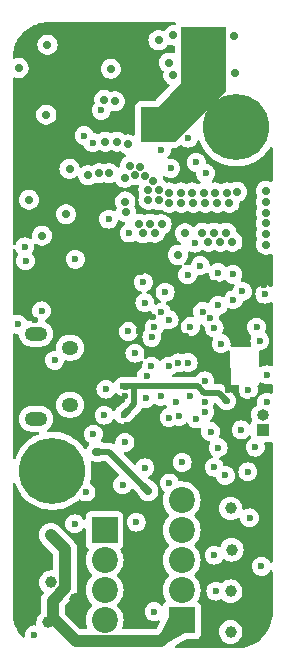
<source format=gbr>
%TF.GenerationSoftware,KiCad,Pcbnew,8.0.0*%
%TF.CreationDate,2024-06-24T23:08:17-07:00*%
%TF.ProjectId,lyrav3r2,6c797261-7633-4723-922e-6b696361645f,rev?*%
%TF.SameCoordinates,Original*%
%TF.FileFunction,Copper,L2,Inr*%
%TF.FilePolarity,Positive*%
%FSLAX46Y46*%
G04 Gerber Fmt 4.6, Leading zero omitted, Abs format (unit mm)*
G04 Created by KiCad (PCBNEW 8.0.0) date 2024-06-24 23:08:17*
%MOMM*%
%LPD*%
G01*
G04 APERTURE LIST*
%TA.AperFunction,ComponentPad*%
%ADD10O,1.000000X1.000000*%
%TD*%
%TA.AperFunction,ComponentPad*%
%ADD11R,1.000000X1.000000*%
%TD*%
%TA.AperFunction,ComponentPad*%
%ADD12C,2.200000*%
%TD*%
%TA.AperFunction,ComponentPad*%
%ADD13R,2.200000X2.200000*%
%TD*%
%TA.AperFunction,ComponentPad*%
%ADD14C,5.600000*%
%TD*%
%TA.AperFunction,ComponentPad*%
%ADD15O,1.900000X1.200000*%
%TD*%
%TA.AperFunction,ComponentPad*%
%ADD16O,1.400000X1.200000*%
%TD*%
%TA.AperFunction,ViaPad*%
%ADD17C,0.600000*%
%TD*%
%TA.AperFunction,ViaPad*%
%ADD18C,0.700000*%
%TD*%
%TA.AperFunction,ViaPad*%
%ADD19C,1.000000*%
%TD*%
%TA.AperFunction,Conductor*%
%ADD20C,0.500000*%
%TD*%
%TA.AperFunction,Conductor*%
%ADD21C,1.000000*%
%TD*%
G04 APERTURE END LIST*
D10*
%TO.N,GND*%
%TO.C,BZ1*%
X21200000Y19745000D03*
D11*
%TO.N,/BUZZER*%
X21200000Y18475000D03*
%TD*%
D12*
%TO.N,/P1-*%
%TO.C,J6*%
X14307400Y12516200D03*
%TO.N,/P2-*%
X14307400Y9976200D03*
%TO.N,/P3-*%
X14307400Y7436200D03*
%TO.N,/P4-*%
X14307400Y4896200D03*
D13*
%TO.N,+BATT*%
X14307400Y2356200D03*
%TD*%
D14*
%TO.N,GND*%
%TO.C,H1*%
X18930200Y44088400D03*
%TD*%
D12*
%TO.N,/BATT POSTSW*%
%TO.C,J2*%
X7779600Y2381600D03*
%TO.N,/BATT RAW*%
X7779600Y4921600D03*
X7779600Y7461600D03*
D13*
%TO.N,GND*%
X7779600Y10001600D03*
%TD*%
D14*
%TO.N,GND*%
%TO.C,H2*%
X3360000Y15005400D03*
%TD*%
D15*
%TO.N,N/C*%
%TO.C,J7*%
X1952500Y26625000D03*
X1952500Y19425000D03*
D16*
X4852500Y20605000D03*
%TO.N,unconnected-(J7-Shield-Pad6)*%
X4852500Y25445000D03*
%TD*%
D17*
%TO.N,/SDA*%
X21343200Y29966000D03*
X20921035Y26019930D03*
%TO.N,GND*%
X17397484Y29021014D03*
%TO.N,/SCL*%
X18674634Y29494507D03*
D18*
%TO.N,GND*%
X2850000Y45175000D03*
D17*
X15069400Y47187200D03*
D19*
X18450000Y1375000D03*
D17*
X12899998Y30134595D03*
X15099998Y49676400D03*
D18*
X21445400Y35955320D03*
X18800000Y48725000D03*
D17*
X9802874Y26811625D03*
X15882317Y32375000D03*
X15490596Y45717768D03*
D18*
X13233400Y49579378D03*
X21445400Y35035840D03*
X14383600Y44647200D03*
D17*
X14350000Y15725000D03*
X15000000Y21315717D03*
X9504700Y17429700D03*
X14485200Y46603000D03*
D18*
X12834200Y43555000D03*
D17*
X17431600Y51236534D03*
X15099998Y48838200D03*
D18*
X14586800Y35122200D03*
D17*
X15099998Y52165600D03*
D19*
X18450000Y11825000D03*
D18*
X11488000Y37967000D03*
X9583000Y36925600D03*
X11183200Y39999000D03*
X11030800Y35122200D03*
X500000Y49125000D03*
X16568000Y34411000D03*
X17584000Y34411000D03*
X18983827Y38619791D03*
D17*
X7900000Y21925000D03*
X18642486Y31641614D03*
D18*
X11430275Y44915202D03*
X12605600Y35884200D03*
X10802200Y40710200D03*
D17*
X15099998Y51352800D03*
D19*
X18450000Y4825000D03*
D17*
X13800000Y20825000D03*
X19949998Y21888800D03*
D18*
X13672400Y43961400D03*
X2484891Y34925000D03*
X13266000Y38576600D03*
D17*
X11059964Y30987035D03*
X17400000Y16975000D03*
D18*
X18092000Y35173000D03*
D17*
X16250000Y22625000D03*
D18*
X21445400Y37794280D03*
D17*
X450000Y27425000D03*
D18*
X13316800Y45434600D03*
X21439808Y34171091D03*
X16060000Y35173000D03*
X18600000Y34411000D03*
X10726000Y35935000D03*
X16314000Y37713000D03*
D19*
X3250000Y5575000D03*
D17*
X17431600Y48961535D03*
D18*
X18750000Y51825000D03*
X4500000Y36725000D03*
X9481400Y39821200D03*
D17*
X17431600Y49719868D03*
X21521000Y23133400D03*
X17431600Y50478201D03*
X11190290Y29240293D03*
D18*
X15298000Y37713000D03*
D17*
X13259370Y13980535D03*
D18*
X13266000Y37713000D03*
X18346000Y37713000D03*
X14239666Y38576600D03*
X17160664Y38576600D03*
X16186998Y38576600D03*
X11640400Y35935000D03*
D17*
X12535025Y21315717D03*
X3550000Y24375000D03*
D18*
X4815014Y40580788D03*
X12351600Y37967000D03*
D17*
X7750000Y19725000D03*
X15099998Y50540000D03*
D18*
X12402400Y38830600D03*
D17*
X20550000Y17025000D03*
D19*
X18550000Y8325000D03*
D18*
X14282000Y37713000D03*
X14967800Y45104400D03*
X12046800Y35173000D03*
X11919800Y39567200D03*
X9938600Y40837200D03*
X12504000Y44875800D03*
D17*
X20643200Y27175000D03*
D18*
X11488000Y38830600D03*
X12350000Y51475000D03*
D17*
X1845000Y1115000D03*
X17243088Y47444323D03*
X17431600Y48203200D03*
D18*
X9532200Y37814600D03*
X10319600Y40049800D03*
D17*
X16628048Y46870040D03*
D18*
X18134330Y38576600D03*
X17076000Y35173000D03*
X21444346Y38719129D03*
D17*
X15099998Y48000000D03*
D18*
X21445400Y36874800D03*
X2943398Y51100000D03*
D17*
X17431600Y51994867D03*
D18*
X15213332Y38576600D03*
D17*
X8125000Y36325000D03*
D18*
X8300000Y49050002D03*
D17*
X16057470Y46299461D03*
D18*
X17330000Y37713000D03*
X13600000Y48525000D03*
X13600000Y51875000D03*
D17*
X19434800Y30203079D03*
X17050000Y15325000D03*
D18*
X13926400Y46044200D03*
D17*
X15050000Y27225000D03*
%TO.N,+3V3*%
X14647507Y26420013D03*
X20379289Y20980024D03*
X7750000Y32450000D03*
D18*
X1499990Y41375000D03*
D17*
X10860910Y31825001D03*
X20400000Y40825000D03*
X7908665Y14432620D03*
X19748802Y33034996D03*
X21550000Y24875000D03*
X19246200Y27325000D03*
X10750000Y17575000D03*
X12377000Y31820200D03*
X21235107Y30778534D03*
X1900000Y27825000D03*
X4024265Y42400735D03*
X18231312Y21882754D03*
X14756608Y16999144D03*
X10674563Y26887917D03*
D18*
X8050000Y50205198D03*
D19*
X5240545Y4171431D03*
D17*
X20705115Y13371521D03*
X11894400Y28035600D03*
X9550000Y21385500D03*
X9656250Y18918750D03*
X17101400Y30880400D03*
%TO.N,+1V1*%
X18112776Y20940629D03*
X9395167Y19774773D03*
X9340717Y22165717D03*
D19*
%TO.N,+BATT*%
X3225467Y9588700D03*
X3004400Y2178400D03*
D17*
%TO.N,Net-(D2-A)*%
X9310783Y13826809D03*
%TO.N,/RUN*%
X21500000Y20825000D03*
D18*
%TO.N,/BOOTSEL*%
X1368450Y37975436D03*
D17*
%TO.N,/SWCLK*%
X16250000Y20875000D03*
%TO.N,/SWD*%
X16250000Y19983014D03*
%TO.N,/SCL*%
X17650000Y25780331D03*
X14804034Y31620045D03*
%TO.N,/BRKOUT4*%
X6200000Y13225000D03*
%TO.N,/BRKOUT3*%
X5250000Y10525000D03*
%TO.N,/BRKOUT2*%
X11194400Y15270600D03*
%TO.N,/BRKOUT1*%
X15550000Y19425000D03*
%TO.N,/P2 EN *%
X20050000Y11025000D03*
X19906600Y14924001D03*
%TO.N,/P3 EN *%
X16750000Y18337500D03*
X17050000Y7875000D03*
X18000000Y14625000D03*
%TO.N,/P4 EN *%
X13250000Y19525000D03*
X17200000Y4825000D03*
%TO.N,/P3 CONT *%
X14050000Y19625000D03*
X21060000Y6925000D03*
%TO.N,/QSPI_SS*%
X10350000Y24975000D03*
X1002592Y33977592D03*
%TO.N,Net-(D3-K)*%
X19350000Y18475000D03*
%TO.N,/SDA*%
X17397500Y31794800D03*
X5300000Y32925000D03*
D18*
X14001751Y33295000D03*
D17*
%TO.N,/GPS_RST*%
X6777950Y42805255D03*
D18*
X8646269Y46301269D03*
D17*
X16337500Y40202412D03*
X17050000Y27134998D03*
%TO.N,/ANT OFF*%
X15409990Y34299010D03*
X9854342Y35150559D03*
%TO.N,/QSPI_SD1*%
X11350000Y23075000D03*
X1085275Y32799775D03*
%TO.N,/QSPI_SD3*%
X11250000Y21155008D03*
X2440002Y28545002D03*
%TO.N,/SX CS*%
X12596431Y28425000D03*
%TO.N,/GPSTX*%
X15550000Y41125000D03*
%TO.N,/GPSRX*%
X12580200Y42208800D03*
D18*
%TO.N,/BUSY*%
X7849758Y42887113D03*
X6397622Y40050297D03*
D17*
X14849236Y24181163D03*
%TO.N,/MISO*%
X11989867Y27188249D03*
%TO.N,/MOSI*%
X11781679Y26312656D03*
%TO.N,/SCK*%
X13235088Y27790869D03*
D18*
%TO.N,/SX RST*%
X7752055Y46418459D03*
D17*
X14000000Y24144027D03*
D18*
%TO.N,/RXEN*%
X8184086Y40209705D03*
D17*
X11744687Y23857444D03*
D18*
X9763385Y42643031D03*
%TO.N,/TXEN*%
X8838635Y42878032D03*
X7284092Y40205781D03*
D17*
X13200000Y23875000D03*
%TO.N,/MCURX*%
X14850000Y43175000D03*
X16688324Y27910610D03*
%TO.N,/MCUTX*%
X16069608Y28494608D03*
X13362511Y40628911D03*
%TO.N,/GPSWKUP*%
X7490727Y45537114D03*
X6052400Y43402600D03*
%TO.N,VBUS*%
X10454300Y10669700D03*
X6839801Y18104201D03*
D18*
%TO.N,Net-(D1-K)*%
X11483773Y13282427D03*
X7071469Y16634069D03*
D17*
X11970600Y3092800D03*
%TD*%
D20*
%TO.N,+1V1*%
X10150000Y22165717D02*
X10300000Y22015717D01*
X15648622Y22165717D02*
X16189339Y21625000D01*
D21*
%TO.N,+BATT*%
X3400000Y4027943D02*
X4450000Y5077943D01*
D20*
%TO.N,Net-(D1-K)*%
X7071469Y16634069D02*
X8132131Y16634069D01*
X8132131Y16634069D02*
X11483773Y13282427D01*
%TO.N,+1V1*%
X9340717Y22165717D02*
X10150000Y22165717D01*
X10150000Y22165717D02*
X15648622Y22165717D01*
X17428405Y21625000D02*
X18112776Y20940629D01*
X10300000Y22015717D02*
X10300000Y20679606D01*
X10300000Y20679606D02*
X9395167Y19774773D01*
X16189339Y21625000D02*
X17428405Y21625000D01*
D21*
%TO.N,+BATT*%
X12532800Y581600D02*
X5343400Y581600D01*
X4450000Y8364167D02*
X3225467Y9588700D01*
X14307400Y2356200D02*
X12532800Y581600D01*
X4450000Y5077943D02*
X4450000Y8364167D01*
X3400000Y2525000D02*
X3400000Y4027943D01*
X5343400Y581600D02*
X3400000Y2525000D01*
%TD*%
%TA.AperFunction,Conductor*%
%TO.N,+3V3*%
G36*
X13773188Y52980315D02*
G01*
X13818943Y52927511D01*
X13828887Y52858353D01*
X13818944Y52824492D01*
X13806839Y52797987D01*
X13761087Y52745185D01*
X13694048Y52725500D01*
X13689391Y52725500D01*
X13510609Y52725500D01*
X13479954Y52718985D01*
X13335733Y52688330D01*
X13335728Y52688328D01*
X13172408Y52615613D01*
X13027768Y52510525D01*
X12908139Y52377664D01*
X12908137Y52377661D01*
X12862839Y52299203D01*
X12812272Y52250988D01*
X12743665Y52237766D01*
X12705019Y52247924D01*
X12614267Y52288329D01*
X12614265Y52288330D01*
X12486594Y52315467D01*
X12439391Y52325500D01*
X12260609Y52325500D01*
X12229954Y52318985D01*
X12085733Y52288330D01*
X12085728Y52288328D01*
X11922408Y52215613D01*
X11777768Y52110525D01*
X11658140Y51977664D01*
X11568750Y51822836D01*
X11568747Y51822830D01*
X11513504Y51652808D01*
X11513503Y51652806D01*
X11494815Y51475000D01*
X11513503Y51297195D01*
X11513504Y51297193D01*
X11568747Y51127171D01*
X11568750Y51127165D01*
X11658141Y50972335D01*
X11666282Y50963294D01*
X11777764Y50839479D01*
X11777767Y50839477D01*
X11777770Y50839474D01*
X11922407Y50734388D01*
X12085733Y50661671D01*
X12260609Y50624500D01*
X12260610Y50624500D01*
X12439389Y50624500D01*
X12439391Y50624500D01*
X12614267Y50661671D01*
X12777593Y50734388D01*
X12922230Y50839474D01*
X13041859Y50972335D01*
X13087159Y51050797D01*
X13137726Y51099012D01*
X13206333Y51112236D01*
X13244974Y51102079D01*
X13335733Y51061671D01*
X13335736Y51061671D01*
X13335737Y51061670D01*
X13386891Y51050797D01*
X13510609Y51024500D01*
X13510610Y51024500D01*
X13601700Y51024500D01*
X13668739Y51004815D01*
X13714494Y50952011D01*
X13725700Y50900500D01*
X13725700Y50482124D01*
X13706015Y50415085D01*
X13653211Y50369330D01*
X13584053Y50359386D01*
X13551266Y50368844D01*
X13497668Y50392707D01*
X13497665Y50392708D01*
X13369994Y50419845D01*
X13322791Y50429878D01*
X13144009Y50429878D01*
X13113354Y50423363D01*
X12969133Y50392708D01*
X12969128Y50392706D01*
X12805808Y50319991D01*
X12661168Y50214903D01*
X12541540Y50082042D01*
X12452150Y49927214D01*
X12452147Y49927208D01*
X12396904Y49757186D01*
X12396903Y49757184D01*
X12378215Y49579378D01*
X12396903Y49401573D01*
X12396904Y49401571D01*
X12452147Y49231549D01*
X12452150Y49231543D01*
X12541541Y49076713D01*
X12565592Y49050002D01*
X12661164Y48943857D01*
X12661167Y48943855D01*
X12661170Y48943852D01*
X12717669Y48902803D01*
X12734437Y48890620D01*
X12777103Y48835289D01*
X12783081Y48765676D01*
X12779483Y48751986D01*
X12763503Y48702805D01*
X12744815Y48525000D01*
X12763503Y48347195D01*
X12763504Y48347193D01*
X12818747Y48177171D01*
X12818750Y48177165D01*
X12908141Y48022335D01*
X12942307Y47984390D01*
X13027764Y47889479D01*
X13027767Y47889477D01*
X13027770Y47889474D01*
X13172407Y47784388D01*
X13229830Y47758822D01*
X13283066Y47713572D01*
X13303387Y47646723D01*
X13284342Y47579499D01*
X13269891Y47560773D01*
X12169220Y46385730D01*
X12109024Y46350259D01*
X12078722Y46346500D01*
X10951600Y46346500D01*
X10951591Y46346500D01*
X10951590Y46346499D01*
X10844149Y46334948D01*
X10844137Y46334946D01*
X10792627Y46323740D01*
X10690102Y46289617D01*
X10690096Y46289614D01*
X10569062Y46211829D01*
X10569051Y46211821D01*
X10516259Y46166077D01*
X10422033Y46057336D01*
X10422030Y46057332D01*
X10362264Y45926466D01*
X10342576Y45859418D01*
X10335546Y45810522D01*
X10322564Y45720223D01*
X10322100Y45716999D01*
X10322100Y43516208D01*
X10302415Y43449169D01*
X10249611Y43403414D01*
X10180453Y43393470D01*
X10147666Y43402928D01*
X10027653Y43456360D01*
X10027650Y43456361D01*
X9899979Y43483498D01*
X9852776Y43493531D01*
X9673994Y43493531D01*
X9612399Y43480439D01*
X9538297Y43464688D01*
X9468630Y43470004D01*
X9420366Y43503006D01*
X9410866Y43513557D01*
X9407218Y43516208D01*
X9266228Y43618644D01*
X9102902Y43691361D01*
X9102900Y43691362D01*
X8975229Y43718499D01*
X8928026Y43728532D01*
X8749244Y43728532D01*
X8718589Y43722017D01*
X8574368Y43691362D01*
X8574363Y43691360D01*
X8405107Y43616001D01*
X8404327Y43617752D01*
X8345336Y43603447D01*
X8283254Y43624942D01*
X8282984Y43624473D01*
X8280549Y43625879D01*
X8279312Y43626307D01*
X8278364Y43626989D01*
X8277353Y43627724D01*
X8166088Y43677262D01*
X8114025Y43700442D01*
X8114023Y43700443D01*
X7970124Y43731029D01*
X7939149Y43737613D01*
X7760367Y43737613D01*
X7729712Y43731098D01*
X7585491Y43700443D01*
X7585486Y43700441D01*
X7422166Y43627725D01*
X7422161Y43627723D01*
X7281988Y43525881D01*
X7216182Y43502401D01*
X7148128Y43518227D01*
X7143133Y43521204D01*
X7127472Y43531044D01*
X6957205Y43590623D01*
X6957204Y43590624D01*
X6957199Y43590625D01*
X6907095Y43596270D01*
X6842681Y43623337D01*
X6803938Y43678535D01*
X6778189Y43752122D01*
X6682216Y43904862D01*
X6554662Y44032416D01*
X6528387Y44048926D01*
X6401923Y44128389D01*
X6231654Y44187969D01*
X6231649Y44187970D01*
X6052404Y44208165D01*
X6052396Y44208165D01*
X5873150Y44187970D01*
X5873145Y44187969D01*
X5702876Y44128389D01*
X5550137Y44032416D01*
X5422584Y43904863D01*
X5326611Y43752124D01*
X5267031Y43581855D01*
X5267030Y43581850D01*
X5246835Y43402604D01*
X5246835Y43402597D01*
X5267030Y43223351D01*
X5267031Y43223346D01*
X5326611Y43053077D01*
X5374697Y42976549D01*
X5422584Y42900338D01*
X5550138Y42772784D01*
X5702878Y42676811D01*
X5873145Y42617232D01*
X5923254Y42611587D01*
X5987664Y42584522D01*
X6026410Y42529322D01*
X6052159Y42455736D01*
X6118881Y42349549D01*
X6148134Y42302993D01*
X6275688Y42175439D01*
X6331750Y42140213D01*
X6414704Y42088089D01*
X6428428Y42079466D01*
X6509608Y42051060D01*
X6598695Y42019887D01*
X6598700Y42019886D01*
X6777946Y41999690D01*
X6777950Y41999690D01*
X6777954Y41999690D01*
X6957199Y42019886D01*
X6957202Y42019887D01*
X6957205Y42019887D01*
X7127472Y42079466D01*
X7141196Y42088089D01*
X7224150Y42140213D01*
X7263964Y42165231D01*
X7331201Y42184231D01*
X7398036Y42163864D01*
X7402809Y42160565D01*
X7422165Y42146501D01*
X7585491Y42073784D01*
X7760367Y42036613D01*
X7760368Y42036613D01*
X7939147Y42036613D01*
X7939149Y42036613D01*
X8114025Y42073784D01*
X8277351Y42146501D01*
X8277353Y42146503D01*
X8283288Y42149145D01*
X8284070Y42147388D01*
X8343014Y42161701D01*
X8405146Y42140213D01*
X8405411Y42140671D01*
X8407786Y42139300D01*
X8409046Y42138864D01*
X8409889Y42138258D01*
X8411042Y42137420D01*
X8574368Y42064703D01*
X8749244Y42027532D01*
X8749245Y42027532D01*
X8928024Y42027532D01*
X8928026Y42027532D01*
X9063725Y42056376D01*
X9133389Y42051060D01*
X9181653Y42018058D01*
X9191155Y42007505D01*
X9335792Y41902419D01*
X9499118Y41829702D01*
X9516808Y41825942D01*
X9578289Y41792752D01*
X9612067Y41731589D01*
X9607416Y41661875D01*
X9565812Y41605741D01*
X9541467Y41591374D01*
X9511007Y41577812D01*
X9366368Y41472725D01*
X9246740Y41339864D01*
X9157350Y41185036D01*
X9157347Y41185030D01*
X9102104Y41015008D01*
X9102103Y41015006D01*
X9083415Y40837199D01*
X9085796Y40814544D01*
X9073226Y40745815D01*
X9025493Y40694791D01*
X8957753Y40677674D01*
X8891512Y40699897D01*
X8870325Y40718612D01*
X8756321Y40845227D01*
X8756318Y40845229D01*
X8756317Y40845230D01*
X8756316Y40845231D01*
X8611679Y40950317D01*
X8448353Y41023034D01*
X8448351Y41023035D01*
X8320680Y41050172D01*
X8273477Y41060205D01*
X8094695Y41060205D01*
X8076234Y41056281D01*
X7919819Y41023035D01*
X7780117Y40960835D01*
X7710867Y40951551D01*
X7679248Y40960835D01*
X7548359Y41019110D01*
X7548357Y41019111D01*
X7420686Y41046248D01*
X7373483Y41056281D01*
X7194701Y41056281D01*
X7164046Y41049766D01*
X7019825Y41019111D01*
X7019820Y41019109D01*
X6856501Y40946394D01*
X6768759Y40882646D01*
X6702952Y40859167D01*
X6668529Y40863613D01*
X6668245Y40862275D01*
X6661666Y40863674D01*
X6487013Y40900797D01*
X6308231Y40900797D01*
X6277576Y40894282D01*
X6133355Y40863627D01*
X6133350Y40863625D01*
X5970030Y40790910D01*
X5900352Y40740285D01*
X5851340Y40704675D01*
X5841924Y40697834D01*
X5776117Y40674354D01*
X5708063Y40690179D01*
X5659368Y40740285D01*
X5651107Y40759834D01*
X5596266Y40928618D01*
X5596263Y40928624D01*
X5594269Y40932078D01*
X5506873Y41083453D01*
X5460017Y41135492D01*
X5387249Y41216310D01*
X5387246Y41216312D01*
X5387245Y41216313D01*
X5387244Y41216314D01*
X5242607Y41321400D01*
X5079281Y41394117D01*
X5079279Y41394118D01*
X4941369Y41423431D01*
X4904405Y41431288D01*
X4725623Y41431288D01*
X4694968Y41424773D01*
X4550747Y41394118D01*
X4550742Y41394116D01*
X4387422Y41321401D01*
X4242782Y41216313D01*
X4123154Y41083452D01*
X4033764Y40928624D01*
X4033761Y40928618D01*
X3978518Y40758596D01*
X3978517Y40758594D01*
X3959829Y40580788D01*
X3978517Y40402983D01*
X3978518Y40402981D01*
X4033761Y40232959D01*
X4033764Y40232953D01*
X4123155Y40078123D01*
X4130591Y40069865D01*
X4242778Y39945267D01*
X4242781Y39945265D01*
X4242784Y39945262D01*
X4387421Y39840176D01*
X4550747Y39767459D01*
X4725623Y39730288D01*
X4725624Y39730288D01*
X4904403Y39730288D01*
X4904405Y39730288D01*
X5079281Y39767459D01*
X5242607Y39840176D01*
X5370714Y39933253D01*
X5436516Y39956732D01*
X5504570Y39940907D01*
X5553266Y39890802D01*
X5561528Y39871252D01*
X5616369Y39702469D01*
X5616372Y39702462D01*
X5705763Y39547632D01*
X5747434Y39501351D01*
X5825386Y39414776D01*
X5825389Y39414774D01*
X5825392Y39414771D01*
X5970029Y39309685D01*
X6133355Y39236968D01*
X6308231Y39199797D01*
X6308232Y39199797D01*
X6487011Y39199797D01*
X6487013Y39199797D01*
X6661889Y39236968D01*
X6825215Y39309685D01*
X6912953Y39373433D01*
X6978757Y39396912D01*
X7013182Y39392462D01*
X7013468Y39393803D01*
X7105759Y39374186D01*
X7194701Y39355281D01*
X7194702Y39355281D01*
X7373481Y39355281D01*
X7373483Y39355281D01*
X7548359Y39392452D01*
X7688064Y39454653D01*
X7757310Y39463936D01*
X7788927Y39454653D01*
X7919819Y39396376D01*
X8094695Y39359205D01*
X8094696Y39359205D01*
X8273475Y39359205D01*
X8273477Y39359205D01*
X8448353Y39396376D01*
X8582025Y39455891D01*
X8651272Y39465175D01*
X8714549Y39435547D01*
X8739845Y39404611D01*
X8746085Y39393803D01*
X8789541Y39318535D01*
X8797508Y39309687D01*
X8909164Y39185679D01*
X8909167Y39185677D01*
X8909170Y39185674D01*
X9053807Y39080588D01*
X9217133Y39007871D01*
X9392009Y38970700D01*
X9392010Y38970700D01*
X9570789Y38970700D01*
X9570791Y38970700D01*
X9745667Y39007871D01*
X9908993Y39080588D01*
X10053630Y39185674D01*
X10053633Y39185677D01*
X10058887Y39189494D01*
X10059810Y39188223D01*
X10115622Y39215014D01*
X10161394Y39213928D01*
X10230209Y39199300D01*
X10230210Y39199300D01*
X10408989Y39199300D01*
X10408991Y39199300D01*
X10526041Y39224180D01*
X10595708Y39218864D01*
X10651442Y39176727D01*
X10675547Y39111147D01*
X10669753Y39064573D01*
X10651505Y39008411D01*
X10651503Y39008406D01*
X10632815Y38830600D01*
X10651503Y38652795D01*
X10651504Y38652793D01*
X10706747Y38482771D01*
X10706748Y38482770D01*
X10706750Y38482765D01*
X10719433Y38460798D01*
X10735903Y38392897D01*
X10719433Y38336804D01*
X10706750Y38314835D01*
X10706748Y38314831D01*
X10706747Y38314830D01*
X10651504Y38144808D01*
X10651503Y38144806D01*
X10632815Y37967000D01*
X10651503Y37789195D01*
X10651504Y37789193D01*
X10706747Y37619171D01*
X10706750Y37619165D01*
X10796141Y37464335D01*
X10835636Y37420472D01*
X10915764Y37331479D01*
X10915767Y37331477D01*
X10915770Y37331474D01*
X11060407Y37226388D01*
X11223733Y37153671D01*
X11398609Y37116500D01*
X11398610Y37116500D01*
X11577389Y37116500D01*
X11577391Y37116500D01*
X11752267Y37153671D01*
X11869368Y37205808D01*
X11938614Y37215091D01*
X11970227Y37205810D01*
X12087333Y37153671D01*
X12087336Y37153671D01*
X12087337Y37153670D01*
X12159623Y37138306D01*
X12262209Y37116500D01*
X12262210Y37116500D01*
X12440989Y37116500D01*
X12440991Y37116500D01*
X12553642Y37140445D01*
X12623308Y37135129D01*
X12671573Y37102126D01*
X12693765Y37077478D01*
X12693767Y37077477D01*
X12693770Y37077474D01*
X12838407Y36972388D01*
X12913201Y36939088D01*
X12966437Y36893839D01*
X12968930Y36885638D01*
X13025312Y36894292D01*
X13034607Y36892684D01*
X13176609Y36862500D01*
X13176610Y36862500D01*
X13355389Y36862500D01*
X13355391Y36862500D01*
X13530267Y36899671D01*
X13693593Y36972388D01*
X13701112Y36977852D01*
X13766918Y37001333D01*
X13834972Y36985509D01*
X13846887Y36977852D01*
X13854407Y36972388D01*
X14017733Y36899671D01*
X14192609Y36862500D01*
X14192610Y36862500D01*
X14371389Y36862500D01*
X14371391Y36862500D01*
X14546267Y36899671D01*
X14709593Y36972388D01*
X14717112Y36977852D01*
X14782918Y37001333D01*
X14850972Y36985509D01*
X14862887Y36977852D01*
X14870407Y36972388D01*
X15033733Y36899671D01*
X15208609Y36862500D01*
X15208610Y36862500D01*
X15387389Y36862500D01*
X15387391Y36862500D01*
X15562267Y36899671D01*
X15725593Y36972388D01*
X15733112Y36977852D01*
X15798918Y37001333D01*
X15866972Y36985509D01*
X15878887Y36977852D01*
X15886407Y36972388D01*
X16049733Y36899671D01*
X16224609Y36862500D01*
X16224610Y36862500D01*
X16403389Y36862500D01*
X16403391Y36862500D01*
X16578267Y36899671D01*
X16741593Y36972388D01*
X16749112Y36977852D01*
X16814918Y37001333D01*
X16882972Y36985509D01*
X16894887Y36977852D01*
X16902407Y36972388D01*
X17065733Y36899671D01*
X17240609Y36862500D01*
X17240610Y36862500D01*
X17419389Y36862500D01*
X17419391Y36862500D01*
X17594267Y36899671D01*
X17757593Y36972388D01*
X17765112Y36977852D01*
X17830918Y37001333D01*
X17898972Y36985509D01*
X17910887Y36977852D01*
X17918407Y36972388D01*
X18081733Y36899671D01*
X18256609Y36862500D01*
X18256610Y36862500D01*
X18435389Y36862500D01*
X18435391Y36862500D01*
X18610267Y36899671D01*
X18773593Y36972388D01*
X18918230Y37077474D01*
X18930984Y37091638D01*
X18960965Y37124936D01*
X19037859Y37210335D01*
X19127250Y37365165D01*
X19182497Y37535197D01*
X19201185Y37713000D01*
X19201184Y37713007D01*
X19201703Y37717941D01*
X19228287Y37782556D01*
X19274586Y37818257D01*
X19411420Y37879179D01*
X19556057Y37984265D01*
X19563388Y37992406D01*
X19581975Y38013050D01*
X19675686Y38117126D01*
X19765077Y38271956D01*
X19820324Y38441988D01*
X19839012Y38619791D01*
X19820324Y38797594D01*
X19765077Y38967626D01*
X19675686Y39122456D01*
X19618764Y39185674D01*
X19556062Y39255313D01*
X19556059Y39255315D01*
X19556058Y39255316D01*
X19556057Y39255317D01*
X19411420Y39360403D01*
X19248094Y39433120D01*
X19248092Y39433121D01*
X19097315Y39465169D01*
X19073218Y39470291D01*
X18894436Y39470291D01*
X18870367Y39465175D01*
X18719560Y39433121D01*
X18561009Y39362529D01*
X18491759Y39353245D01*
X18460139Y39362529D01*
X18398595Y39389930D01*
X18268015Y39417685D01*
X18223721Y39427100D01*
X18044939Y39427100D01*
X18014284Y39420585D01*
X17870063Y39389930D01*
X17870058Y39389928D01*
X17700802Y39314569D01*
X17699950Y39316481D01*
X17641551Y39302336D01*
X17594854Y39316051D01*
X17594194Y39314568D01*
X17588259Y39317211D01*
X17588257Y39317212D01*
X17424931Y39389929D01*
X17424929Y39389930D01*
X17294349Y39417685D01*
X17250055Y39427100D01*
X17071273Y39427100D01*
X17001964Y39412369D01*
X16932299Y39417685D01*
X16876566Y39459823D01*
X16852461Y39525403D01*
X16867638Y39593604D01*
X16888498Y39621333D01*
X16967316Y39700150D01*
X17063289Y39852890D01*
X17122868Y40023157D01*
X17129061Y40078123D01*
X17143065Y40202409D01*
X17143065Y40202416D01*
X17122869Y40381662D01*
X17122868Y40381667D01*
X17115409Y40402983D01*
X17063289Y40551934D01*
X17037529Y40592930D01*
X16995765Y40659397D01*
X16967316Y40704674D01*
X16839762Y40832228D01*
X16789794Y40863625D01*
X16687021Y40928202D01*
X16516749Y40987782D01*
X16465537Y40993552D01*
X16401124Y41020619D01*
X16361569Y41078214D01*
X16357502Y41118036D01*
X16355565Y41118036D01*
X16355565Y41125003D01*
X16335369Y41304250D01*
X16335368Y41304255D01*
X16322908Y41339864D01*
X16275789Y41474522D01*
X16270454Y41483012D01*
X16210888Y41577811D01*
X16179816Y41627262D01*
X16052262Y41754816D01*
X15992239Y41792531D01*
X15899523Y41850789D01*
X15729254Y41910369D01*
X15729249Y41910370D01*
X15550004Y41930565D01*
X15549996Y41930565D01*
X15370750Y41910370D01*
X15370745Y41910369D01*
X15200476Y41850789D01*
X15047737Y41754816D01*
X14920184Y41627263D01*
X14824211Y41474524D01*
X14764631Y41304255D01*
X14764630Y41304250D01*
X14744435Y41125004D01*
X14744435Y41124997D01*
X14764630Y40945751D01*
X14764631Y40945746D01*
X14824211Y40775477D01*
X14912777Y40634526D01*
X14920184Y40622738D01*
X15047738Y40495184D01*
X15085493Y40471461D01*
X15194471Y40402985D01*
X15200478Y40399211D01*
X15368790Y40340316D01*
X15370745Y40339632D01*
X15370750Y40339631D01*
X15421960Y40333861D01*
X15486374Y40306795D01*
X15525929Y40249200D01*
X15530016Y40209375D01*
X15531935Y40209375D01*
X15531935Y40202409D01*
X15552130Y40023163D01*
X15552131Y40023158D01*
X15611711Y39852889D01*
X15631700Y39821077D01*
X15707684Y39700150D01*
X15835238Y39572596D01*
X15844799Y39566589D01*
X15891089Y39514259D01*
X15901740Y39445206D01*
X15873368Y39381356D01*
X15829265Y39348316D01*
X15799794Y39335194D01*
X15759406Y39317212D01*
X15759404Y39317211D01*
X15753471Y39314569D01*
X15752619Y39316481D01*
X15694219Y39302336D01*
X15647522Y39316051D01*
X15646862Y39314568D01*
X15640927Y39317211D01*
X15640925Y39317212D01*
X15477599Y39389929D01*
X15477597Y39389930D01*
X15347017Y39417685D01*
X15302723Y39427100D01*
X15123941Y39427100D01*
X15093286Y39420585D01*
X14949065Y39389930D01*
X14949060Y39389928D01*
X14779804Y39314569D01*
X14778952Y39316481D01*
X14720553Y39302336D01*
X14673856Y39316051D01*
X14673196Y39314568D01*
X14667261Y39317211D01*
X14667259Y39317212D01*
X14503933Y39389929D01*
X14503931Y39389930D01*
X14373351Y39417685D01*
X14329057Y39427100D01*
X14150275Y39427100D01*
X14119620Y39420585D01*
X13975399Y39389930D01*
X13975394Y39389928D01*
X13806138Y39314569D01*
X13805286Y39316481D01*
X13746887Y39302336D01*
X13700190Y39316051D01*
X13699530Y39314568D01*
X13693595Y39317211D01*
X13693593Y39317212D01*
X13530267Y39389929D01*
X13530265Y39389930D01*
X13399685Y39417685D01*
X13355391Y39427100D01*
X13176609Y39427100D01*
X13106594Y39412219D01*
X13036929Y39417535D01*
X12988665Y39450538D01*
X12983846Y39455890D01*
X12974630Y39466126D01*
X12829993Y39571212D01*
X12829987Y39571215D01*
X12825690Y39573696D01*
X12777478Y39624267D01*
X12764378Y39668113D01*
X12756297Y39745003D01*
X12731577Y39821081D01*
X12729583Y39890918D01*
X12765663Y39950751D01*
X12828363Y39981580D01*
X12897778Y39973616D01*
X12915481Y39964390D01*
X13012987Y39903123D01*
X13012989Y39903122D01*
X13156544Y39852890D01*
X13183256Y39843543D01*
X13183261Y39843542D01*
X13362507Y39823346D01*
X13362511Y39823346D01*
X13362515Y39823346D01*
X13541760Y39843542D01*
X13541763Y39843543D01*
X13541766Y39843543D01*
X13712033Y39903122D01*
X13864773Y39999095D01*
X13992327Y40126649D01*
X14088300Y40279389D01*
X14147879Y40449656D01*
X14159519Y40552962D01*
X14168076Y40628908D01*
X14168076Y40628915D01*
X14147880Y40808161D01*
X14147879Y40808166D01*
X14105877Y40928201D01*
X14088300Y40978433D01*
X13992327Y41131173D01*
X13864773Y41258727D01*
X13792316Y41304255D01*
X13712034Y41354700D01*
X13541765Y41414280D01*
X13541760Y41414281D01*
X13362515Y41434476D01*
X13362507Y41434476D01*
X13236186Y41420244D01*
X13167364Y41432299D01*
X13115985Y41479648D01*
X13098361Y41547259D01*
X13120088Y41613664D01*
X13134612Y41631135D01*
X13210016Y41706538D01*
X13305989Y41859278D01*
X13365568Y42029545D01*
X13366365Y42036613D01*
X13385087Y42202783D01*
X13412153Y42267197D01*
X13469748Y42306752D01*
X13508307Y42312900D01*
X13621257Y42312900D01*
X13649045Y42314370D01*
X13674550Y42315718D01*
X13700559Y42318476D01*
X13753283Y42326903D01*
X13753287Y42326905D01*
X13753289Y42326905D01*
X13814538Y42349549D01*
X13888236Y42376795D01*
X13949655Y42410103D01*
X14065085Y42495995D01*
X14143805Y42574264D01*
X14205220Y42607570D01*
X14274897Y42602386D01*
X14318912Y42574010D01*
X14347738Y42545184D01*
X14426017Y42495998D01*
X14490093Y42455736D01*
X14500478Y42449211D01*
X14664201Y42391922D01*
X14670745Y42389632D01*
X14670750Y42389631D01*
X14849996Y42369435D01*
X14850000Y42369435D01*
X14850004Y42369435D01*
X15029249Y42389631D01*
X15029252Y42389632D01*
X15029255Y42389632D01*
X15199522Y42449211D01*
X15352262Y42545184D01*
X15479816Y42672738D01*
X15575789Y42825478D01*
X15608784Y42919774D01*
X15649506Y42976549D01*
X15714458Y43002297D01*
X15783020Y42988841D01*
X15833423Y42940454D01*
X15841019Y42924716D01*
X15930342Y42700530D01*
X15930351Y42700512D01*
X16097984Y42384323D01*
X16097987Y42384318D01*
X16097989Y42384315D01*
X16264891Y42138152D01*
X16298834Y42088091D01*
X16298841Y42088081D01*
X16527944Y41818361D01*
X16530532Y41815314D01*
X16790363Y41569189D01*
X17075281Y41352600D01*
X17381947Y41168085D01*
X17381949Y41168084D01*
X17381951Y41168083D01*
X17381955Y41168081D01*
X17695469Y41023035D01*
X17706765Y41017809D01*
X18045926Y40903532D01*
X18395454Y40826595D01*
X18751252Y40787900D01*
X18751258Y40787900D01*
X19109142Y40787900D01*
X19109148Y40787900D01*
X19464946Y40826595D01*
X19814474Y40903532D01*
X20153635Y41017809D01*
X20478453Y41168085D01*
X20785119Y41352600D01*
X21070037Y41569189D01*
X21329868Y41815314D01*
X21561565Y42088089D01*
X21762411Y42384315D01*
X21766444Y42391922D01*
X21815238Y42441932D01*
X21883322Y42457624D01*
X21949083Y42434015D01*
X21991639Y42378601D01*
X22000000Y42333840D01*
X22000000Y39593669D01*
X21980315Y39526630D01*
X21927511Y39480875D01*
X21858353Y39470931D01*
X21825566Y39480389D01*
X21708614Y39532458D01*
X21708611Y39532459D01*
X21580940Y39559596D01*
X21533737Y39569629D01*
X21354955Y39569629D01*
X21324300Y39563114D01*
X21180079Y39532459D01*
X21180074Y39532457D01*
X21016754Y39459742D01*
X20872114Y39354654D01*
X20752486Y39221793D01*
X20663096Y39066965D01*
X20663093Y39066959D01*
X20607850Y38896937D01*
X20607849Y38896935D01*
X20589161Y38719129D01*
X20607849Y38541324D01*
X20607850Y38541322D01*
X20663093Y38371300D01*
X20663096Y38371294D01*
X20690821Y38323272D01*
X20693985Y38317793D01*
X20710458Y38249893D01*
X20693986Y38193794D01*
X20664149Y38142115D01*
X20608904Y37972088D01*
X20608903Y37972086D01*
X20590215Y37794280D01*
X20608903Y37616475D01*
X20608904Y37616473D01*
X20664150Y37446444D01*
X20692962Y37396540D01*
X20709435Y37328640D01*
X20692962Y37272540D01*
X20664150Y37222637D01*
X20608904Y37052608D01*
X20608903Y37052606D01*
X20590215Y36874800D01*
X20608903Y36696995D01*
X20608904Y36696993D01*
X20664150Y36526964D01*
X20692962Y36477060D01*
X20709435Y36409160D01*
X20692962Y36353060D01*
X20664150Y36303157D01*
X20608904Y36133128D01*
X20608903Y36133126D01*
X20590215Y35955320D01*
X20608903Y35777515D01*
X20608904Y35777513D01*
X20664150Y35607484D01*
X20692962Y35557580D01*
X20709435Y35489680D01*
X20692962Y35433580D01*
X20664150Y35383677D01*
X20608904Y35213648D01*
X20608903Y35213646D01*
X20590215Y35035840D01*
X20608903Y34858035D01*
X20608904Y34858033D01*
X20664150Y34688004D01*
X20674366Y34670309D01*
X20690839Y34602408D01*
X20674368Y34546313D01*
X20658559Y34518930D01*
X20658558Y34518928D01*
X20603312Y34348899D01*
X20603311Y34348897D01*
X20584623Y34171091D01*
X20603311Y33993286D01*
X20603312Y33993284D01*
X20658555Y33823262D01*
X20658558Y33823256D01*
X20747949Y33668426D01*
X20770996Y33642830D01*
X20867572Y33535570D01*
X20867575Y33535568D01*
X20867578Y33535565D01*
X21012215Y33430479D01*
X21175541Y33357762D01*
X21350417Y33320591D01*
X21350418Y33320591D01*
X21529197Y33320591D01*
X21529199Y33320591D01*
X21704075Y33357762D01*
X21825566Y33411854D01*
X21894814Y33421138D01*
X21958091Y33391510D01*
X21995304Y33332375D01*
X22000000Y33298574D01*
X22000000Y30723075D01*
X21980315Y30656036D01*
X21927511Y30610281D01*
X21858353Y30600337D01*
X21810028Y30618081D01*
X21692723Y30691789D01*
X21522454Y30751369D01*
X21522449Y30751370D01*
X21343204Y30771565D01*
X21343196Y30771565D01*
X21163950Y30751370D01*
X21163945Y30751369D01*
X20993676Y30691789D01*
X20840937Y30595816D01*
X20713384Y30468263D01*
X20617411Y30315524D01*
X20557831Y30145255D01*
X20557830Y30145250D01*
X20537635Y29966004D01*
X20537635Y29965997D01*
X20557830Y29786751D01*
X20557831Y29786746D01*
X20617411Y29616477D01*
X20687596Y29504779D01*
X20713384Y29463738D01*
X20840938Y29336184D01*
X20893720Y29303019D01*
X20967631Y29256577D01*
X20993678Y29240211D01*
X21122704Y29195063D01*
X21163945Y29180632D01*
X21163950Y29180631D01*
X21343196Y29160435D01*
X21343200Y29160435D01*
X21343204Y29160435D01*
X21522449Y29180631D01*
X21522452Y29180632D01*
X21522455Y29180632D01*
X21692722Y29240211D01*
X21718769Y29256577D01*
X21745976Y29273674D01*
X21810027Y29313920D01*
X21877264Y29332920D01*
X21944099Y29312553D01*
X21989314Y29259285D01*
X22000000Y29208926D01*
X22000000Y23988645D01*
X21980315Y23921606D01*
X21927511Y23875851D01*
X21858353Y23865907D01*
X21835045Y23871603D01*
X21700254Y23918769D01*
X21700249Y23918770D01*
X21521004Y23938965D01*
X21520996Y23938965D01*
X21341750Y23918770D01*
X21341745Y23918769D01*
X21171476Y23859189D01*
X21049772Y23782716D01*
X20982535Y23763716D01*
X20915700Y23784084D01*
X20870486Y23837351D01*
X20859800Y23887710D01*
X20859800Y25096653D01*
X20879485Y25163692D01*
X20932289Y25209447D01*
X20969914Y25219873D01*
X21029940Y25226636D01*
X21100285Y25234561D01*
X21100288Y25234562D01*
X21100290Y25234562D01*
X21270557Y25294141D01*
X21423297Y25390114D01*
X21550851Y25517668D01*
X21646824Y25670408D01*
X21706403Y25840675D01*
X21706404Y25840681D01*
X21726600Y26019927D01*
X21726600Y26019934D01*
X21706404Y26199180D01*
X21706403Y26199185D01*
X21705224Y26202555D01*
X21646824Y26369452D01*
X21636280Y26386232D01*
X21588607Y26462103D01*
X21550851Y26522192D01*
X21423297Y26649746D01*
X21423292Y26649750D01*
X21410188Y26657984D01*
X21363898Y26710319D01*
X21353251Y26779373D01*
X21367401Y26818515D01*
X21365968Y26819205D01*
X21368989Y26825479D01*
X21428566Y26995738D01*
X21428569Y26995751D01*
X21448765Y27174997D01*
X21448765Y27175004D01*
X21428569Y27354250D01*
X21428568Y27354255D01*
X21409640Y27408348D01*
X21368989Y27524522D01*
X21360888Y27537414D01*
X21273015Y27677263D01*
X21145462Y27804816D01*
X20992723Y27900789D01*
X20822454Y27960369D01*
X20822449Y27960370D01*
X20643204Y27980565D01*
X20643196Y27980565D01*
X20463950Y27960370D01*
X20463945Y27960369D01*
X20293676Y27900789D01*
X20140937Y27804816D01*
X20013384Y27677263D01*
X19917411Y27524524D01*
X19857831Y27354255D01*
X19857830Y27354250D01*
X19837635Y27175004D01*
X19837635Y27174997D01*
X19857830Y26995751D01*
X19857831Y26995746D01*
X19917411Y26825477D01*
X20013384Y26672738D01*
X20140937Y26545185D01*
X20140940Y26545183D01*
X20154045Y26536948D01*
X20200336Y26484613D01*
X20210983Y26415560D01*
X20196838Y26376412D01*
X20198266Y26375724D01*
X20195245Y26369452D01*
X20135668Y26199193D01*
X20135665Y26199180D01*
X20115470Y26019934D01*
X20115470Y26019927D01*
X20135665Y25840681D01*
X20135666Y25840676D01*
X20195246Y25670406D01*
X20198662Y25664970D01*
X20217661Y25597732D01*
X20197292Y25530898D01*
X20144023Y25485685D01*
X20093667Y25475000D01*
X18559919Y25475000D01*
X18492880Y25494685D01*
X18447125Y25547489D01*
X18436699Y25612883D01*
X18455565Y25780328D01*
X18455565Y25780335D01*
X18435369Y25959581D01*
X18435368Y25959586D01*
X18434127Y25963133D01*
X18375789Y26129853D01*
X18354697Y26163420D01*
X18332220Y26199193D01*
X18279816Y26282593D01*
X18152262Y26410147D01*
X18105337Y26439632D01*
X17999523Y26506120D01*
X17822682Y26567999D01*
X17823360Y26569939D01*
X17771122Y26599159D01*
X17738265Y26660821D01*
X17743961Y26730458D01*
X17754701Y26751913D01*
X17775787Y26785472D01*
X17775788Y26785475D01*
X17775789Y26785476D01*
X17835368Y26955743D01*
X17838699Y26985304D01*
X17855565Y27134995D01*
X17855565Y27135002D01*
X17835369Y27314248D01*
X17835368Y27314253D01*
X17816735Y27367504D01*
X17775789Y27484520D01*
X17742553Y27537414D01*
X17695930Y27611615D01*
X17679816Y27637260D01*
X17552262Y27764814D01*
X17552260Y27764816D01*
X17548376Y27767256D01*
X17502086Y27819592D01*
X17491131Y27886133D01*
X17493889Y27910609D01*
X17493889Y27910614D01*
X17472913Y28096785D01*
X17475434Y28097070D01*
X17478973Y28155100D01*
X17520256Y28211469D01*
X17570502Y28231686D01*
X17569952Y28234097D01*
X17576737Y28235646D01*
X17576739Y28235646D01*
X17747006Y28295225D01*
X17899746Y28391198D01*
X18027300Y28518752D01*
X18123273Y28671492D01*
X18136185Y28708392D01*
X18176906Y28765169D01*
X18241858Y28790917D01*
X18310420Y28777461D01*
X18319198Y28772433D01*
X18325108Y28768720D01*
X18325109Y28768720D01*
X18325112Y28768718D01*
X18452189Y28724252D01*
X18495379Y28709139D01*
X18495384Y28709138D01*
X18674630Y28688942D01*
X18674634Y28688942D01*
X18674638Y28688942D01*
X18853883Y28709138D01*
X18853886Y28709139D01*
X18853889Y28709139D01*
X19024156Y28768718D01*
X19176896Y28864691D01*
X19304450Y28992245D01*
X19400423Y29144985D01*
X19460002Y29315252D01*
X19460003Y29315265D01*
X19460356Y29316808D01*
X19460864Y29317719D01*
X19462302Y29321825D01*
X19463020Y29321574D01*
X19494457Y29377791D01*
X19556115Y29410657D01*
X19567348Y29412449D01*
X19614055Y29417711D01*
X19784322Y29477290D01*
X19937062Y29573263D01*
X20064616Y29700817D01*
X20160589Y29853557D01*
X20220168Y30023824D01*
X20220375Y30025661D01*
X20240365Y30203076D01*
X20240365Y30203083D01*
X20220169Y30382329D01*
X20220168Y30382334D01*
X20190100Y30468263D01*
X20160589Y30552601D01*
X20130594Y30600337D01*
X20107235Y30637513D01*
X20064616Y30705341D01*
X19937062Y30832895D01*
X19839407Y30894256D01*
X19784323Y30928868D01*
X19614054Y30988448D01*
X19614049Y30988449D01*
X19434804Y31008644D01*
X19434793Y31008644D01*
X19427395Y31007811D01*
X19358574Y31019870D01*
X19307198Y31067223D01*
X19289578Y31134835D01*
X19308526Y31197003D01*
X19368275Y31292092D01*
X19427854Y31462359D01*
X19430889Y31489297D01*
X19448051Y31641611D01*
X19448051Y31641618D01*
X19427855Y31820864D01*
X19427854Y31820869D01*
X19375822Y31969567D01*
X19368275Y31991136D01*
X19366343Y31994210D01*
X19287659Y32119435D01*
X19272302Y32143876D01*
X19144748Y32271430D01*
X19121791Y32285855D01*
X18992009Y32367403D01*
X18821740Y32426983D01*
X18821735Y32426984D01*
X18642490Y32447179D01*
X18642482Y32447179D01*
X18463236Y32426984D01*
X18463231Y32426983D01*
X18292962Y32367403D01*
X18170355Y32290363D01*
X18103118Y32271363D01*
X18036283Y32291731D01*
X18016702Y32307676D01*
X17899762Y32424616D01*
X17747023Y32520589D01*
X17576754Y32580169D01*
X17576749Y32580170D01*
X17397504Y32600365D01*
X17397496Y32600365D01*
X17218250Y32580170D01*
X17218245Y32580169D01*
X17047976Y32520589D01*
X16895237Y32424616D01*
X16885924Y32415303D01*
X16824600Y32381820D01*
X16754908Y32386807D01*
X16698976Y32428680D01*
X16675026Y32489104D01*
X16667686Y32554250D01*
X16667685Y32554255D01*
X16644498Y32620520D01*
X16608106Y32724522D01*
X16512133Y32877262D01*
X16384579Y33004816D01*
X16231840Y33100789D01*
X16061571Y33160369D01*
X16061566Y33160370D01*
X15882321Y33180565D01*
X15882313Y33180565D01*
X15703067Y33160370D01*
X15703062Y33160369D01*
X15532793Y33100789D01*
X15380054Y33004816D01*
X15252501Y32877263D01*
X15156528Y32724524D01*
X15096948Y32554255D01*
X15096947Y32554251D01*
X15092847Y32517854D01*
X15065780Y32453440D01*
X15008186Y32413885D01*
X14955744Y32408518D01*
X14804038Y32425610D01*
X14804030Y32425610D01*
X14617859Y32404634D01*
X14617509Y32407734D01*
X14561495Y32411192D01*
X14505156Y32452516D01*
X14480103Y32517740D01*
X14494289Y32586154D01*
X14530807Y32628107D01*
X14573981Y32659474D01*
X14693610Y32792335D01*
X14783001Y32947165D01*
X14838248Y33117197D01*
X14856936Y33295000D01*
X14838248Y33472803D01*
X14838246Y33472809D01*
X14837892Y33476178D01*
X14850461Y33544908D01*
X14898193Y33595932D01*
X14965933Y33613050D01*
X15027185Y33594134D01*
X15060468Y33573221D01*
X15168083Y33535565D01*
X15230735Y33513642D01*
X15230740Y33513641D01*
X15409986Y33493445D01*
X15409990Y33493445D01*
X15409994Y33493445D01*
X15589239Y33513641D01*
X15589242Y33513642D01*
X15589245Y33513642D01*
X15759512Y33573221D01*
X15912252Y33669194D01*
X15934065Y33691008D01*
X15995387Y33724493D01*
X16065078Y33719510D01*
X16094632Y33703645D01*
X16140402Y33670391D01*
X16140404Y33670390D01*
X16140407Y33670388D01*
X16303733Y33597671D01*
X16478609Y33560500D01*
X16478610Y33560500D01*
X16657389Y33560500D01*
X16657391Y33560500D01*
X16832267Y33597671D01*
X16995593Y33670388D01*
X17003112Y33675852D01*
X17068918Y33699333D01*
X17136972Y33683509D01*
X17148887Y33675852D01*
X17156407Y33670388D01*
X17319733Y33597671D01*
X17494609Y33560500D01*
X17494610Y33560500D01*
X17673389Y33560500D01*
X17673391Y33560500D01*
X17848267Y33597671D01*
X18011593Y33670388D01*
X18019112Y33675852D01*
X18084918Y33699333D01*
X18152972Y33683509D01*
X18164887Y33675852D01*
X18172407Y33670388D01*
X18335733Y33597671D01*
X18510609Y33560500D01*
X18510610Y33560500D01*
X18689389Y33560500D01*
X18689391Y33560500D01*
X18864267Y33597671D01*
X19027593Y33670388D01*
X19172230Y33775474D01*
X19192822Y33798343D01*
X19215253Y33823256D01*
X19291859Y33908335D01*
X19381250Y34063165D01*
X19436497Y34233197D01*
X19455185Y34411000D01*
X19436497Y34588803D01*
X19404958Y34685871D01*
X19381252Y34758830D01*
X19381249Y34758836D01*
X19378868Y34762960D01*
X19291859Y34913665D01*
X19245003Y34965704D01*
X19172235Y35046522D01*
X19172232Y35046524D01*
X19172231Y35046525D01*
X19172230Y35046526D01*
X19068075Y35122200D01*
X19027592Y35151613D01*
X19027590Y35151614D01*
X19010994Y35159003D01*
X18957758Y35204254D01*
X18938112Y35259317D01*
X18928497Y35350803D01*
X18881456Y35495580D01*
X18873252Y35520830D01*
X18873249Y35520836D01*
X18783859Y35675665D01*
X18727435Y35738330D01*
X18664235Y35808522D01*
X18664232Y35808524D01*
X18664231Y35808525D01*
X18664230Y35808526D01*
X18519593Y35913612D01*
X18356267Y35986329D01*
X18356265Y35986330D01*
X18228594Y36013467D01*
X18181391Y36023500D01*
X18002609Y36023500D01*
X17971954Y36016985D01*
X17827733Y35986330D01*
X17664412Y35913615D01*
X17662957Y35912559D01*
X17656879Y35908143D01*
X17591073Y35884667D01*
X17523020Y35900495D01*
X17511112Y35908149D01*
X17503592Y35913613D01*
X17364641Y35975477D01*
X17340267Y35986329D01*
X17340265Y35986330D01*
X17212594Y36013467D01*
X17165391Y36023500D01*
X16986609Y36023500D01*
X16955954Y36016985D01*
X16811733Y35986330D01*
X16648412Y35913615D01*
X16646957Y35912559D01*
X16640879Y35908143D01*
X16575073Y35884667D01*
X16507020Y35900495D01*
X16495112Y35908149D01*
X16487592Y35913613D01*
X16348641Y35975477D01*
X16324267Y35986329D01*
X16324265Y35986330D01*
X16196594Y36013467D01*
X16149391Y36023500D01*
X15970609Y36023500D01*
X15939954Y36016985D01*
X15795733Y35986330D01*
X15795728Y35986328D01*
X15632408Y35913613D01*
X15487768Y35808525D01*
X15392678Y35702918D01*
X15333191Y35666270D01*
X15263334Y35667601D01*
X15208379Y35702919D01*
X15159035Y35757722D01*
X15159032Y35757724D01*
X15159031Y35757725D01*
X15159030Y35757726D01*
X15014393Y35862812D01*
X14851067Y35935529D01*
X14851065Y35935530D01*
X14723394Y35962667D01*
X14676191Y35972700D01*
X14497409Y35972700D01*
X14466754Y35966185D01*
X14322533Y35935530D01*
X14322528Y35935528D01*
X14159208Y35862813D01*
X14014568Y35757725D01*
X13894940Y35624864D01*
X13805550Y35470036D01*
X13805547Y35470030D01*
X13750304Y35300008D01*
X13750303Y35300006D01*
X13731615Y35122200D01*
X13750303Y34944395D01*
X13750304Y34944393D01*
X13805547Y34774371D01*
X13805550Y34774365D01*
X13894941Y34619535D01*
X13933086Y34577171D01*
X14014564Y34486679D01*
X14014567Y34486677D01*
X14014570Y34486674D01*
X14159204Y34381590D01*
X14159207Y34381588D01*
X14164830Y34378342D01*
X14164225Y34377296D01*
X14212376Y34336377D01*
X14232704Y34269530D01*
X14213666Y34202304D01*
X14161304Y34156043D01*
X14095753Y34145016D01*
X14091146Y34145500D01*
X14091142Y34145500D01*
X13912360Y34145500D01*
X13881705Y34138985D01*
X13737484Y34108330D01*
X13737479Y34108328D01*
X13574159Y34035613D01*
X13429519Y33930525D01*
X13309891Y33797664D01*
X13220501Y33642836D01*
X13220498Y33642830D01*
X13165255Y33472808D01*
X13165254Y33472806D01*
X13146566Y33295000D01*
X13165254Y33117195D01*
X13165255Y33117193D01*
X13220498Y32947171D01*
X13220501Y32947165D01*
X13309892Y32792335D01*
X13351563Y32746054D01*
X13429515Y32659479D01*
X13429518Y32659477D01*
X13429521Y32659474D01*
X13574158Y32554388D01*
X13737484Y32481671D01*
X13912360Y32444500D01*
X13912361Y32444500D01*
X14091140Y32444500D01*
X14091142Y32444500D01*
X14197414Y32467089D01*
X14267079Y32461773D01*
X14322812Y32419636D01*
X14346918Y32354057D01*
X14331741Y32285855D01*
X14306057Y32255424D01*
X14306696Y32254785D01*
X14174218Y32122308D01*
X14078245Y31969569D01*
X14018665Y31799300D01*
X14018664Y31799295D01*
X13998469Y31620049D01*
X13998469Y31620042D01*
X14018664Y31440796D01*
X14018665Y31440791D01*
X14078245Y31270522D01*
X14167334Y31128739D01*
X14174218Y31117783D01*
X14301772Y30990229D01*
X14381456Y30940160D01*
X14420183Y30915826D01*
X14454512Y30894256D01*
X14620858Y30836049D01*
X14624779Y30834677D01*
X14624784Y30834676D01*
X14804030Y30814480D01*
X14804034Y30814480D01*
X14804038Y30814480D01*
X14983283Y30834676D01*
X14983286Y30834677D01*
X14983289Y30834677D01*
X15153556Y30894256D01*
X15306296Y30990229D01*
X15433850Y31117783D01*
X15529823Y31270523D01*
X15589402Y31440790D01*
X15593503Y31477192D01*
X15620568Y31541603D01*
X15678161Y31581160D01*
X15730606Y31586528D01*
X15882313Y31569435D01*
X15882317Y31569435D01*
X15882321Y31569435D01*
X16061566Y31589631D01*
X16061569Y31589632D01*
X16061572Y31589632D01*
X16231839Y31649211D01*
X16384579Y31745184D01*
X16393888Y31754494D01*
X16455208Y31787979D01*
X16524899Y31782997D01*
X16580835Y31741128D01*
X16604790Y31680698D01*
X16612130Y31615550D01*
X16612131Y31615546D01*
X16671711Y31445277D01*
X16740024Y31336559D01*
X16767684Y31292538D01*
X16895238Y31164984D01*
X17047978Y31069011D01*
X17188415Y31019870D01*
X17218245Y31009432D01*
X17218250Y31009431D01*
X17397496Y30989235D01*
X17397500Y30989235D01*
X17397504Y30989235D01*
X17576749Y31009431D01*
X17576752Y31009432D01*
X17576755Y31009432D01*
X17747022Y31069011D01*
X17869631Y31146052D01*
X17936866Y31165052D01*
X18003701Y31144685D01*
X18023283Y31128739D01*
X18140224Y31011798D01*
X18177387Y30988447D01*
X18286376Y30919964D01*
X18292964Y30915825D01*
X18354602Y30894257D01*
X18463231Y30856246D01*
X18463236Y30856245D01*
X18642482Y30836049D01*
X18642486Y30836049D01*
X18642488Y30836049D01*
X18649881Y30836882D01*
X18718703Y30824828D01*
X18770082Y30777479D01*
X18787707Y30709869D01*
X18768759Y30647690D01*
X18709010Y30552601D01*
X18649430Y30382329D01*
X18649070Y30380749D01*
X18648557Y30379834D01*
X18647133Y30375762D01*
X18646419Y30376012D01*
X18614953Y30319775D01*
X18553287Y30286925D01*
X18542068Y30285137D01*
X18495384Y30279877D01*
X18325112Y30220297D01*
X18172371Y30124323D01*
X18044818Y29996770D01*
X17948843Y29844028D01*
X17935931Y29807127D01*
X17895208Y29750351D01*
X17830255Y29724605D01*
X17761694Y29738062D01*
X17752921Y29743087D01*
X17747007Y29746803D01*
X17576738Y29806383D01*
X17576733Y29806384D01*
X17397488Y29826579D01*
X17397480Y29826579D01*
X17218234Y29806384D01*
X17218229Y29806383D01*
X17047960Y29746803D01*
X16895221Y29650830D01*
X16767668Y29523277D01*
X16671695Y29370538D01*
X16634462Y29264130D01*
X16593740Y29207354D01*
X16528787Y29181607D01*
X16460226Y29195063D01*
X16451449Y29200091D01*
X16419133Y29220396D01*
X16248862Y29279977D01*
X16248857Y29279978D01*
X16069612Y29300173D01*
X16069604Y29300173D01*
X15890358Y29279978D01*
X15890353Y29279977D01*
X15720084Y29220397D01*
X15567345Y29124424D01*
X15439792Y28996871D01*
X15343819Y28844132D01*
X15284239Y28673863D01*
X15284238Y28673858D01*
X15264043Y28494612D01*
X15264043Y28494605D01*
X15284238Y28315359D01*
X15284240Y28315351D01*
X15332416Y28177671D01*
X15335977Y28107892D01*
X15301248Y28047265D01*
X15239255Y28015038D01*
X15201491Y28013497D01*
X15050004Y28030565D01*
X15049996Y28030565D01*
X14870750Y28010370D01*
X14870745Y28010369D01*
X14700476Y27950789D01*
X14547737Y27854816D01*
X14420184Y27727263D01*
X14324211Y27574524D01*
X14264631Y27404255D01*
X14264630Y27404250D01*
X14244435Y27225004D01*
X14244435Y27224997D01*
X14264630Y27045751D01*
X14264631Y27045746D01*
X14324211Y26875477D01*
X14384598Y26779373D01*
X14420184Y26722738D01*
X14547738Y26595184D01*
X14627314Y26545183D01*
X14690973Y26505183D01*
X14700478Y26499211D01*
X14870745Y26439632D01*
X14870750Y26439631D01*
X15049996Y26419435D01*
X15050000Y26419435D01*
X15050004Y26419435D01*
X15229249Y26439631D01*
X15229252Y26439632D01*
X15229255Y26439632D01*
X15399522Y26499211D01*
X15552262Y26595184D01*
X15679816Y26722738D01*
X15775789Y26875478D01*
X15835368Y27045745D01*
X15836118Y27052402D01*
X15855565Y27224997D01*
X15855565Y27225003D01*
X15846191Y27308199D01*
X15858245Y27377021D01*
X15905594Y27428401D01*
X15973205Y27446025D01*
X16039611Y27424299D01*
X16057092Y27409764D01*
X16186063Y27280793D01*
X16189945Y27278354D01*
X16236235Y27226020D01*
X16247193Y27159481D01*
X16244436Y27135002D01*
X16244435Y27134997D01*
X16244435Y27134995D01*
X16264630Y26955749D01*
X16264631Y26955744D01*
X16324211Y26785475D01*
X16395049Y26672738D01*
X16420184Y26632736D01*
X16547738Y26505182D01*
X16700478Y26409209D01*
X16820250Y26367299D01*
X16877318Y26347330D01*
X16876637Y26345387D01*
X16928861Y26316187D01*
X16961729Y26254531D01*
X16956047Y26184893D01*
X16945300Y26163420D01*
X16924212Y26129859D01*
X16864631Y25959586D01*
X16864630Y25959581D01*
X16844435Y25780335D01*
X16844435Y25780328D01*
X16864630Y25601082D01*
X16864631Y25601077D01*
X16924211Y25430808D01*
X17010085Y25294142D01*
X17020184Y25278069D01*
X17147738Y25150515D01*
X17300478Y25054542D01*
X17442587Y25004816D01*
X17470745Y24994963D01*
X17470750Y24994962D01*
X17649996Y24974766D01*
X17650000Y24974766D01*
X17650004Y24974766D01*
X17829249Y24994962D01*
X17829252Y24994963D01*
X17829255Y24994963D01*
X17999522Y25054542D01*
X18152262Y25150515D01*
X18212511Y25210765D01*
X18273830Y25244247D01*
X18343522Y25239263D01*
X18399456Y25197392D01*
X18423873Y25131928D01*
X18424185Y25124065D01*
X18446799Y22274601D01*
X18446800Y22274600D01*
X19062141Y22274600D01*
X19129180Y22254915D01*
X19174935Y22202111D01*
X19184879Y22132953D01*
X19179183Y22109645D01*
X19164629Y22068055D01*
X19164628Y22068050D01*
X19144433Y21888804D01*
X19144433Y21888797D01*
X19164628Y21709551D01*
X19164629Y21709546D01*
X19224209Y21539277D01*
X19277280Y21454816D01*
X19320182Y21386538D01*
X19447736Y21258984D01*
X19476197Y21241101D01*
X19570592Y21181788D01*
X19600476Y21163011D01*
X19723726Y21119884D01*
X19770743Y21103432D01*
X19770748Y21103431D01*
X19949994Y21083235D01*
X19949998Y21083235D01*
X19950002Y21083235D01*
X20129247Y21103431D01*
X20129250Y21103432D01*
X20129253Y21103432D01*
X20299520Y21163011D01*
X20452260Y21258984D01*
X20579814Y21386538D01*
X20675787Y21539278D01*
X20735366Y21709545D01*
X20735367Y21709551D01*
X20755563Y21888797D01*
X20755563Y21888804D01*
X20735367Y22068050D01*
X20735366Y22068055D01*
X20720813Y22109645D01*
X20717252Y22179424D01*
X20751981Y22240052D01*
X20813974Y22272279D01*
X20837855Y22274600D01*
X20859800Y22274600D01*
X20859800Y22379091D01*
X20879485Y22446130D01*
X20932289Y22491885D01*
X21001447Y22501829D01*
X21049770Y22484085D01*
X21099075Y22453105D01*
X21171475Y22407612D01*
X21341745Y22348032D01*
X21341750Y22348031D01*
X21520996Y22327835D01*
X21521000Y22327835D01*
X21521004Y22327835D01*
X21700249Y22348031D01*
X21700251Y22348032D01*
X21700255Y22348032D01*
X21700258Y22348034D01*
X21700262Y22348034D01*
X21835045Y22395197D01*
X21904824Y22398760D01*
X21965451Y22364031D01*
X21997679Y22302038D01*
X22000000Y22278156D01*
X22000000Y21672897D01*
X21980315Y21605858D01*
X21927511Y21560103D01*
X21858353Y21550159D01*
X21835046Y21555855D01*
X21679257Y21610368D01*
X21679249Y21610370D01*
X21500004Y21630565D01*
X21499996Y21630565D01*
X21320750Y21610370D01*
X21320745Y21610369D01*
X21150476Y21550789D01*
X20997737Y21454816D01*
X20870184Y21327263D01*
X20774211Y21174524D01*
X20714631Y21004255D01*
X20714630Y21004250D01*
X20694435Y20825004D01*
X20694435Y20824997D01*
X20707947Y20705070D01*
X20695892Y20636248D01*
X20648543Y20584869D01*
X20643190Y20581834D01*
X20641461Y20580910D01*
X20489116Y20455884D01*
X20364090Y20303540D01*
X20364086Y20303533D01*
X20271188Y20129734D01*
X20213975Y19941130D01*
X20194659Y19745000D01*
X20213975Y19548871D01*
X20214923Y19545746D01*
X20266574Y19375475D01*
X20271187Y19360271D01*
X20272321Y19358150D01*
X20272580Y19356906D01*
X20273518Y19354641D01*
X20273088Y19354464D01*
X20286564Y19289747D01*
X20262233Y19225386D01*
X20256205Y19217334D01*
X20256202Y19217329D01*
X20205908Y19082484D01*
X20201313Y19039738D01*
X20174575Y18975187D01*
X20117182Y18935339D01*
X20047357Y18932846D01*
X19987269Y18968499D01*
X19981082Y18975675D01*
X19979817Y18977261D01*
X19852262Y19104816D01*
X19699523Y19200789D01*
X19529254Y19260369D01*
X19529249Y19260370D01*
X19350004Y19280565D01*
X19349996Y19280565D01*
X19170750Y19260370D01*
X19170745Y19260369D01*
X19000476Y19200789D01*
X18847737Y19104816D01*
X18720184Y18977263D01*
X18624211Y18824524D01*
X18564631Y18654255D01*
X18564630Y18654250D01*
X18544435Y18475004D01*
X18544435Y18474997D01*
X18564630Y18295751D01*
X18564631Y18295746D01*
X18624211Y18125477D01*
X18693968Y18014460D01*
X18720184Y17972738D01*
X18847738Y17845184D01*
X18863567Y17835238D01*
X18997966Y17750789D01*
X19000478Y17749211D01*
X19138860Y17700789D01*
X19170745Y17689632D01*
X19170750Y17689631D01*
X19349996Y17669435D01*
X19350000Y17669435D01*
X19350004Y17669435D01*
X19529249Y17689631D01*
X19529252Y17689632D01*
X19529255Y17689632D01*
X19699522Y17749211D01*
X19852262Y17845184D01*
X19979816Y17972738D01*
X19979818Y17972742D01*
X19981077Y17974319D01*
X19982150Y17975073D01*
X19984740Y17977662D01*
X19985193Y17977209D01*
X20038265Y18014460D01*
X20108076Y18017310D01*
X20168346Y17981965D01*
X20199940Y17919646D01*
X20201314Y17910261D01*
X20205909Y17867516D01*
X20207692Y17859971D01*
X20205638Y17859486D01*
X20209847Y17800631D01*
X20176362Y17739308D01*
X20154654Y17721997D01*
X20131877Y17707684D01*
X20047737Y17654816D01*
X19920184Y17527263D01*
X19824211Y17374524D01*
X19764631Y17204255D01*
X19764630Y17204250D01*
X19744435Y17025004D01*
X19744435Y17024997D01*
X19764630Y16845751D01*
X19764631Y16845746D01*
X19824211Y16675477D01*
X19907158Y16543469D01*
X19920184Y16522738D01*
X20047738Y16395184D01*
X20200478Y16299211D01*
X20343367Y16249212D01*
X20370745Y16239632D01*
X20370750Y16239631D01*
X20549996Y16219435D01*
X20550000Y16219435D01*
X20550004Y16219435D01*
X20729249Y16239631D01*
X20729252Y16239632D01*
X20729255Y16239632D01*
X20899522Y16299211D01*
X21052262Y16395184D01*
X21179816Y16522738D01*
X21275789Y16675478D01*
X21335368Y16845745D01*
X21335369Y16845751D01*
X21355565Y17024997D01*
X21355565Y17025004D01*
X21335369Y17204250D01*
X21335368Y17204255D01*
X21314745Y17263193D01*
X21298524Y17309547D01*
X21294964Y17379325D01*
X21329693Y17439953D01*
X21391686Y17472180D01*
X21415567Y17474501D01*
X21747871Y17474501D01*
X21747872Y17474501D01*
X21807483Y17480909D01*
X21832667Y17490303D01*
X21902358Y17495286D01*
X21963681Y17461801D01*
X21997166Y17400478D01*
X22000000Y17374120D01*
X22000000Y7364022D01*
X21980315Y7296983D01*
X21927511Y7251228D01*
X21858353Y7241284D01*
X21794797Y7270309D01*
X21771007Y7298049D01*
X21689817Y7427261D01*
X21562262Y7554816D01*
X21409523Y7650789D01*
X21239254Y7710369D01*
X21239249Y7710370D01*
X21060004Y7730565D01*
X21059996Y7730565D01*
X20880750Y7710370D01*
X20880745Y7710369D01*
X20710476Y7650789D01*
X20557737Y7554816D01*
X20430184Y7427263D01*
X20334211Y7274524D01*
X20274631Y7104255D01*
X20274630Y7104250D01*
X20254435Y6925004D01*
X20254435Y6924997D01*
X20274630Y6745751D01*
X20274631Y6745746D01*
X20334211Y6575477D01*
X20386320Y6492547D01*
X20430184Y6422738D01*
X20557738Y6295184D01*
X20612952Y6260491D01*
X20668346Y6225684D01*
X20710478Y6199211D01*
X20834494Y6155816D01*
X20880745Y6139632D01*
X20880750Y6139631D01*
X21059996Y6119435D01*
X21060000Y6119435D01*
X21060004Y6119435D01*
X21239249Y6139631D01*
X21239252Y6139632D01*
X21239255Y6139632D01*
X21409522Y6199211D01*
X21562262Y6295184D01*
X21689816Y6422738D01*
X21771006Y6551951D01*
X21823341Y6598242D01*
X21892394Y6608890D01*
X21956243Y6580515D01*
X21994615Y6522125D01*
X22000000Y6485979D01*
X22000000Y3000883D01*
X21999988Y2999145D01*
X21997725Y2837744D01*
X21996957Y2825598D01*
X21960722Y2504008D01*
X21958393Y2490300D01*
X21886573Y2175634D01*
X21882724Y2162271D01*
X21776120Y1857614D01*
X21770798Y1844767D01*
X21630760Y1553975D01*
X21624034Y1541805D01*
X21452314Y1268514D01*
X21444267Y1257173D01*
X21243028Y1004827D01*
X21233762Y994459D01*
X21005541Y766238D01*
X20995173Y756972D01*
X20742827Y555733D01*
X20731486Y547686D01*
X20458195Y375966D01*
X20446025Y369240D01*
X20155233Y229202D01*
X20142386Y223880D01*
X19837729Y117276D01*
X19824366Y113427D01*
X19509700Y41607D01*
X19495992Y39278D01*
X19174402Y3043D01*
X19162256Y2275D01*
X19000856Y12D01*
X18999118Y0D01*
X13865034Y0D01*
X13797995Y19685D01*
X13752240Y72489D01*
X13742296Y141647D01*
X13771321Y205203D01*
X13805058Y232530D01*
X14262251Y485184D01*
X14723773Y740232D01*
X14783749Y755701D01*
X15455271Y755701D01*
X15455272Y755701D01*
X15514883Y762109D01*
X15649731Y812404D01*
X15764946Y898654D01*
X15851196Y1013869D01*
X15901491Y1148717D01*
X15907900Y1208327D01*
X15907900Y1375000D01*
X17444659Y1375000D01*
X17463975Y1178871D01*
X17463976Y1178868D01*
X17514029Y1013865D01*
X17521188Y990267D01*
X17614086Y816468D01*
X17614090Y816461D01*
X17739116Y664117D01*
X17891460Y539091D01*
X17891467Y539087D01*
X18065266Y446189D01*
X18065269Y446189D01*
X18065273Y446186D01*
X18253868Y388976D01*
X18450000Y369659D01*
X18646132Y388976D01*
X18834727Y446186D01*
X19008538Y539090D01*
X19160883Y664117D01*
X19285910Y816462D01*
X19378814Y990273D01*
X19436024Y1178868D01*
X19455341Y1375000D01*
X19436024Y1571132D01*
X19378814Y1759727D01*
X19378811Y1759731D01*
X19378811Y1759734D01*
X19285913Y1933533D01*
X19285909Y1933540D01*
X19160883Y2085884D01*
X19008539Y2210910D01*
X19008532Y2210914D01*
X18834733Y2303812D01*
X18834727Y2303814D01*
X18646132Y2361024D01*
X18646129Y2361025D01*
X18450000Y2380341D01*
X18253870Y2361025D01*
X18065266Y2303812D01*
X17891467Y2210914D01*
X17891460Y2210910D01*
X17739116Y2085884D01*
X17614090Y1933540D01*
X17614086Y1933533D01*
X17521188Y1759734D01*
X17463975Y1571130D01*
X17444659Y1375000D01*
X15907900Y1375000D01*
X15907899Y3504072D01*
X15902176Y3557310D01*
X15901491Y3563684D01*
X15851197Y3698529D01*
X15851193Y3698536D01*
X15764947Y3813745D01*
X15758476Y3818589D01*
X15688294Y3871128D01*
X15646424Y3927062D01*
X15641440Y3996754D01*
X15656876Y4035179D01*
X15737866Y4167341D01*
X15834273Y4400089D01*
X15893083Y4645052D01*
X15907245Y4824997D01*
X16394435Y4824997D01*
X16414630Y4645751D01*
X16414631Y4645746D01*
X16474211Y4475477D01*
X16505621Y4425489D01*
X16570184Y4322738D01*
X16697738Y4195184D01*
X16742050Y4167341D01*
X16807068Y4126487D01*
X16850478Y4099211D01*
X17020745Y4039632D01*
X17020750Y4039631D01*
X17199996Y4019435D01*
X17200000Y4019435D01*
X17200004Y4019435D01*
X17379249Y4039631D01*
X17379252Y4039632D01*
X17379255Y4039632D01*
X17549522Y4099211D01*
X17591582Y4125640D01*
X17658814Y4144639D01*
X17725649Y4124272D01*
X17736216Y4116498D01*
X17891460Y3989091D01*
X17891467Y3989087D01*
X18065266Y3896189D01*
X18065269Y3896189D01*
X18065273Y3896186D01*
X18253868Y3838976D01*
X18450000Y3819659D01*
X18646132Y3838976D01*
X18834727Y3896186D01*
X19008538Y3989090D01*
X19160883Y4114117D01*
X19285910Y4266462D01*
X19378814Y4440273D01*
X19436024Y4628868D01*
X19455341Y4825000D01*
X19436024Y5021132D01*
X19378814Y5209727D01*
X19378811Y5209731D01*
X19378811Y5209734D01*
X19285913Y5383533D01*
X19285909Y5383540D01*
X19160883Y5535884D01*
X19008539Y5660910D01*
X19008532Y5660914D01*
X18834733Y5753812D01*
X18834727Y5753814D01*
X18646132Y5811024D01*
X18646129Y5811025D01*
X18450000Y5830341D01*
X18253870Y5811025D01*
X18065266Y5753812D01*
X17891467Y5660914D01*
X17891460Y5660909D01*
X17736216Y5533504D01*
X17671905Y5506191D01*
X17603038Y5517982D01*
X17591579Y5524363D01*
X17549523Y5550789D01*
X17379254Y5610369D01*
X17379249Y5610370D01*
X17200004Y5630565D01*
X17199996Y5630565D01*
X17020750Y5610370D01*
X17020745Y5610369D01*
X16850476Y5550789D01*
X16697737Y5454816D01*
X16570184Y5327263D01*
X16474211Y5174524D01*
X16414631Y5004255D01*
X16414630Y5004250D01*
X16394435Y4825004D01*
X16394435Y4824997D01*
X15907245Y4824997D01*
X15912849Y4896200D01*
X15893083Y5147348D01*
X15834273Y5392311D01*
X15782219Y5517982D01*
X15737866Y5625060D01*
X15606239Y5839854D01*
X15606238Y5839857D01*
X15442624Y6031424D01*
X15412884Y6056824D01*
X15395219Y6071911D01*
X15357027Y6130416D01*
X15356528Y6200284D01*
X15393882Y6259330D01*
X15395156Y6260436D01*
X15442624Y6300976D01*
X15606236Y6492541D01*
X15737866Y6707341D01*
X15834273Y6940089D01*
X15893083Y7185052D01*
X15912849Y7436200D01*
X15893083Y7687348D01*
X15848033Y7874997D01*
X16244435Y7874997D01*
X16264630Y7695751D01*
X16264631Y7695746D01*
X16324211Y7525477D01*
X16385924Y7427262D01*
X16420184Y7372738D01*
X16547738Y7245184D01*
X16700478Y7149211D01*
X16828955Y7104255D01*
X16870745Y7089632D01*
X16870750Y7089631D01*
X17049996Y7069435D01*
X17050000Y7069435D01*
X17050004Y7069435D01*
X17229249Y7089631D01*
X17229252Y7089632D01*
X17229255Y7089632D01*
X17399522Y7149211D01*
X17552262Y7245184D01*
X17679816Y7372738D01*
X17759208Y7499091D01*
X17811543Y7545381D01*
X17880596Y7556029D01*
X17942867Y7528971D01*
X17991460Y7489091D01*
X17991467Y7489087D01*
X18165266Y7396189D01*
X18165269Y7396189D01*
X18165273Y7396186D01*
X18353868Y7338976D01*
X18550000Y7319659D01*
X18746132Y7338976D01*
X18934727Y7396186D01*
X19108538Y7489090D01*
X19260883Y7614117D01*
X19385910Y7766462D01*
X19478814Y7940273D01*
X19536024Y8128868D01*
X19555341Y8325000D01*
X19536024Y8521132D01*
X19478814Y8709727D01*
X19478811Y8709731D01*
X19478811Y8709734D01*
X19385913Y8883533D01*
X19385909Y8883540D01*
X19260883Y9035884D01*
X19108539Y9160910D01*
X19108532Y9160914D01*
X18934733Y9253812D01*
X18934727Y9253814D01*
X18746132Y9311024D01*
X18746129Y9311025D01*
X18550000Y9330341D01*
X18353870Y9311025D01*
X18165266Y9253812D01*
X17991467Y9160914D01*
X17991460Y9160910D01*
X17839116Y9035884D01*
X17714090Y8883540D01*
X17714086Y8883533D01*
X17621186Y8709729D01*
X17605081Y8656638D01*
X17566784Y8598200D01*
X17502971Y8569743D01*
X17433904Y8580304D01*
X17420449Y8587640D01*
X17399523Y8600789D01*
X17229254Y8660369D01*
X17229249Y8660370D01*
X17050004Y8680565D01*
X17049996Y8680565D01*
X16870750Y8660370D01*
X16870745Y8660369D01*
X16700476Y8600789D01*
X16547737Y8504816D01*
X16420184Y8377263D01*
X16324211Y8224524D01*
X16264631Y8054255D01*
X16264630Y8054250D01*
X16244435Y7875004D01*
X16244435Y7874997D01*
X15848033Y7874997D01*
X15834273Y7932311D01*
X15812007Y7986066D01*
X15737866Y8165060D01*
X15606239Y8379854D01*
X15606238Y8379857D01*
X15442624Y8571424D01*
X15411273Y8598200D01*
X15395219Y8611911D01*
X15357027Y8670416D01*
X15356528Y8740284D01*
X15393882Y8799330D01*
X15395156Y8800436D01*
X15442624Y8840976D01*
X15606236Y9032541D01*
X15737866Y9247341D01*
X15834273Y9480089D01*
X15893083Y9725052D01*
X15912849Y9976200D01*
X15893083Y10227348D01*
X15834273Y10472311D01*
X15826159Y10491901D01*
X15737866Y10705060D01*
X15606239Y10919854D01*
X15606238Y10919857D01*
X15442624Y11111424D01*
X15439471Y11114117D01*
X15395219Y11151911D01*
X15357027Y11210416D01*
X15356528Y11280284D01*
X15393882Y11339330D01*
X15395156Y11340436D01*
X15442624Y11380976D01*
X15606236Y11572541D01*
X15737866Y11787341D01*
X15753465Y11825000D01*
X17444659Y11825000D01*
X17463975Y11628871D01*
X17463976Y11628868D01*
X17516697Y11455070D01*
X17521188Y11440267D01*
X17614086Y11266468D01*
X17614090Y11266461D01*
X17739116Y11114117D01*
X17891460Y10989091D01*
X17891467Y10989087D01*
X18065266Y10896189D01*
X18065269Y10896189D01*
X18065273Y10896186D01*
X18253868Y10838976D01*
X18450000Y10819659D01*
X18646132Y10838976D01*
X18834727Y10896186D01*
X18870667Y10915396D01*
X19008532Y10989087D01*
X19008538Y10989090D01*
X19051828Y11024618D01*
X19116136Y11051931D01*
X19185004Y11040141D01*
X19236565Y10992989D01*
X19253713Y10942649D01*
X19264630Y10845750D01*
X19264631Y10845746D01*
X19324211Y10675477D01*
X19395418Y10562153D01*
X19420184Y10522738D01*
X19547738Y10395184D01*
X19626410Y10345751D01*
X19699887Y10299582D01*
X19700478Y10299211D01*
X19820827Y10257099D01*
X19870745Y10239632D01*
X19870750Y10239631D01*
X20049996Y10219435D01*
X20050000Y10219435D01*
X20050004Y10219435D01*
X20229249Y10239631D01*
X20229252Y10239632D01*
X20229255Y10239632D01*
X20399522Y10299211D01*
X20552262Y10395184D01*
X20679816Y10522738D01*
X20775789Y10675478D01*
X20835368Y10845745D01*
X20836820Y10858631D01*
X20855565Y11024997D01*
X20855565Y11025004D01*
X20835369Y11204250D01*
X20835368Y11204255D01*
X20813599Y11266468D01*
X20775789Y11374522D01*
X20679816Y11527262D01*
X20552262Y11654816D01*
X20399523Y11750789D01*
X20229254Y11810369D01*
X20229249Y11810370D01*
X20050004Y11830565D01*
X20049996Y11830565D01*
X19870750Y11810370D01*
X19870745Y11810369D01*
X19700476Y11750789D01*
X19645313Y11716127D01*
X19578076Y11697127D01*
X19511241Y11717495D01*
X19466027Y11770763D01*
X19455341Y11821121D01*
X19455341Y11825000D01*
X19436127Y12020089D01*
X19436024Y12021132D01*
X19378814Y12209727D01*
X19378811Y12209731D01*
X19378811Y12209734D01*
X19285913Y12383533D01*
X19285909Y12383540D01*
X19160883Y12535884D01*
X19008539Y12660910D01*
X19008532Y12660914D01*
X18834733Y12753812D01*
X18834727Y12753814D01*
X18646132Y12811024D01*
X18646129Y12811025D01*
X18450000Y12830341D01*
X18253870Y12811025D01*
X18065266Y12753812D01*
X17891467Y12660914D01*
X17891460Y12660910D01*
X17739116Y12535884D01*
X17614090Y12383540D01*
X17614086Y12383533D01*
X17521188Y12209734D01*
X17463975Y12021130D01*
X17444659Y11825000D01*
X15753465Y11825000D01*
X15834273Y12020089D01*
X15893083Y12265052D01*
X15912849Y12516200D01*
X15893083Y12767348D01*
X15834273Y13012311D01*
X15796036Y13104624D01*
X15737866Y13245060D01*
X15606239Y13459854D01*
X15606238Y13459857D01*
X15555000Y13519849D01*
X15442624Y13651424D01*
X15286119Y13785092D01*
X15251056Y13815039D01*
X15251053Y13815040D01*
X15036259Y13946667D01*
X14803510Y14043074D01*
X14558551Y14101883D01*
X14370187Y14116708D01*
X14307400Y14121649D01*
X14307399Y14121649D01*
X14159988Y14110048D01*
X14091611Y14124413D01*
X14041855Y14173464D01*
X14033218Y14192712D01*
X14031293Y14198212D01*
X13985159Y14330057D01*
X13889186Y14482797D01*
X13761632Y14610351D01*
X13738312Y14625004D01*
X13608893Y14706324D01*
X13438624Y14765904D01*
X13438619Y14765905D01*
X13259374Y14786100D01*
X13259366Y14786100D01*
X13080120Y14765905D01*
X13080115Y14765904D01*
X12909846Y14706324D01*
X12757107Y14610351D01*
X12629554Y14482798D01*
X12533581Y14330059D01*
X12474001Y14159790D01*
X12474000Y14159785D01*
X12453805Y13980539D01*
X12453805Y13980532D01*
X12474000Y13801286D01*
X12474001Y13801281D01*
X12533581Y13631012D01*
X12603430Y13519849D01*
X12629554Y13478273D01*
X12757108Y13350719D01*
X12798255Y13324865D01*
X12844546Y13272530D01*
X12855194Y13203477D01*
X12846844Y13172419D01*
X12780527Y13012315D01*
X12780527Y13012313D01*
X12721717Y12767352D01*
X12701951Y12516200D01*
X12721717Y12265049D01*
X12780526Y12020090D01*
X12876933Y11787341D01*
X13008560Y11572547D01*
X13008561Y11572544D01*
X13047235Y11527263D01*
X13172176Y11380976D01*
X13219578Y11340491D01*
X13219579Y11340490D01*
X13257772Y11281983D01*
X13258270Y11212115D01*
X13220916Y11153069D01*
X13219586Y11151917D01*
X13216730Y11149477D01*
X13172176Y11111424D01*
X13008561Y10919857D01*
X13008560Y10919854D01*
X12876933Y10705060D01*
X12780526Y10472311D01*
X12721717Y10227352D01*
X12701951Y9976200D01*
X12721717Y9725049D01*
X12780526Y9480090D01*
X12876933Y9247341D01*
X13008560Y9032547D01*
X13008561Y9032544D01*
X13010598Y9030159D01*
X13172176Y8840976D01*
X13219578Y8800491D01*
X13219579Y8800490D01*
X13257772Y8741983D01*
X13258270Y8672115D01*
X13220916Y8613069D01*
X13219579Y8611910D01*
X13172176Y8571424D01*
X13008561Y8379857D01*
X13008560Y8379854D01*
X12876933Y8165060D01*
X12780526Y7932311D01*
X12721717Y7687352D01*
X12701951Y7436200D01*
X12721717Y7185049D01*
X12780526Y6940090D01*
X12876933Y6707341D01*
X13008560Y6492547D01*
X13008561Y6492544D01*
X13008564Y6492541D01*
X13172176Y6300976D01*
X13189848Y6285883D01*
X13219579Y6260490D01*
X13257772Y6201983D01*
X13258270Y6132115D01*
X13220916Y6073069D01*
X13219586Y6071917D01*
X13172176Y6031424D01*
X13008561Y5839857D01*
X13008560Y5839854D01*
X12876933Y5625060D01*
X12780526Y5392311D01*
X12721717Y5147352D01*
X12701951Y4896200D01*
X12721717Y4645049D01*
X12780526Y4400090D01*
X12876933Y4167341D01*
X12957920Y4035184D01*
X12976165Y3967738D01*
X12955049Y3901136D01*
X12926505Y3871128D01*
X12849852Y3813745D01*
X12763606Y3698536D01*
X12763600Y3698526D01*
X12758590Y3685092D01*
X12716717Y3629160D01*
X12651252Y3604746D01*
X12582979Y3619600D01*
X12554729Y3640749D01*
X12472862Y3722616D01*
X12320123Y3818589D01*
X12149854Y3878169D01*
X12149849Y3878170D01*
X11970604Y3898365D01*
X11970596Y3898365D01*
X11791350Y3878170D01*
X11791345Y3878169D01*
X11621076Y3818589D01*
X11468337Y3722616D01*
X11340784Y3595063D01*
X11244811Y3442324D01*
X11185231Y3272055D01*
X11185230Y3272050D01*
X11165035Y3092804D01*
X11165035Y3092797D01*
X11185230Y2913551D01*
X11185231Y2913546D01*
X11244811Y2743277D01*
X11340784Y2590538D01*
X11468338Y2462984D01*
X11558680Y2406218D01*
X11609111Y2374530D01*
X11621078Y2367011D01*
X11755228Y2320070D01*
X11791345Y2307432D01*
X11791350Y2307431D01*
X11970596Y2287235D01*
X11970600Y2287235D01*
X11970604Y2287235D01*
X12149849Y2307431D01*
X12149852Y2307432D01*
X12149855Y2307432D01*
X12149856Y2307433D01*
X12149859Y2307433D01*
X12201248Y2325416D01*
X12275039Y2351237D01*
X12344817Y2354799D01*
X12405445Y2320070D01*
X12437672Y2258077D01*
X12431268Y2188501D01*
X12429034Y2183226D01*
X12199840Y1674915D01*
X12174481Y1638203D01*
X12154697Y1618419D01*
X12093374Y1584934D01*
X12067016Y1582100D01*
X9366385Y1582100D01*
X9299346Y1601785D01*
X9253591Y1654589D01*
X9243647Y1723747D01*
X9251824Y1753552D01*
X9306472Y1885486D01*
X9306472Y1885487D01*
X9306473Y1885489D01*
X9365283Y2130452D01*
X9385049Y2381600D01*
X9365283Y2632748D01*
X9306473Y2877711D01*
X9210066Y3110459D01*
X9210066Y3110460D01*
X9078439Y3325254D01*
X9078438Y3325257D01*
X8914824Y3516824D01*
X8867419Y3557311D01*
X8829227Y3615816D01*
X8828728Y3685684D01*
X8866082Y3744730D01*
X8867356Y3745836D01*
X8914824Y3786376D01*
X9078436Y3977941D01*
X9210066Y4192741D01*
X9306473Y4425489D01*
X9365283Y4670452D01*
X9385049Y4921600D01*
X9365283Y5172748D01*
X9306473Y5417711D01*
X9264940Y5517982D01*
X9210066Y5650460D01*
X9078439Y5865254D01*
X9078438Y5865257D01*
X8914824Y6056824D01*
X8867419Y6097311D01*
X8829227Y6155816D01*
X8828728Y6225684D01*
X8866082Y6284730D01*
X8867356Y6285836D01*
X8914824Y6326376D01*
X9078436Y6517941D01*
X9210066Y6732741D01*
X9306473Y6965489D01*
X9365283Y7210452D01*
X9385049Y7461600D01*
X9365283Y7712748D01*
X9306473Y7957711D01*
X9294728Y7986066D01*
X9210066Y8190460D01*
X9129079Y8322617D01*
X9110834Y8390062D01*
X9131950Y8456665D01*
X9160491Y8486671D01*
X9237146Y8544054D01*
X9323396Y8659269D01*
X9373691Y8794117D01*
X9380100Y8853727D01*
X9380099Y10669697D01*
X9648735Y10669697D01*
X9668930Y10490451D01*
X9668931Y10490446D01*
X9728511Y10320177D01*
X9810007Y10190478D01*
X9824484Y10167438D01*
X9952038Y10039884D01*
X10104778Y9943911D01*
X10171563Y9920542D01*
X10275045Y9884332D01*
X10275050Y9884331D01*
X10454296Y9864135D01*
X10454300Y9864135D01*
X10454304Y9864135D01*
X10633549Y9884331D01*
X10633552Y9884332D01*
X10633555Y9884332D01*
X10803822Y9943911D01*
X10956562Y10039884D01*
X11084116Y10167438D01*
X11180089Y10320178D01*
X11239668Y10490445D01*
X11243561Y10524997D01*
X11259865Y10669697D01*
X11259865Y10669704D01*
X11239669Y10848950D01*
X11239668Y10848955D01*
X11214858Y10919857D01*
X11180089Y11019222D01*
X11176460Y11024997D01*
X11140882Y11081620D01*
X11084116Y11171962D01*
X10956562Y11299516D01*
X10907148Y11330565D01*
X10803823Y11395489D01*
X10633554Y11455069D01*
X10633549Y11455070D01*
X10454304Y11475265D01*
X10454296Y11475265D01*
X10275050Y11455070D01*
X10275045Y11455069D01*
X10104776Y11395489D01*
X9952037Y11299516D01*
X9824484Y11171963D01*
X9728511Y11019224D01*
X9668931Y10848955D01*
X9668930Y10848950D01*
X9648735Y10669704D01*
X9648735Y10669697D01*
X9380099Y10669697D01*
X9380099Y11149472D01*
X9373691Y11209083D01*
X9372560Y11212115D01*
X9323397Y11343929D01*
X9323393Y11343936D01*
X9237147Y11459145D01*
X9237144Y11459148D01*
X9121935Y11545394D01*
X9121928Y11545398D01*
X8987082Y11595692D01*
X8987083Y11595692D01*
X8927483Y11602099D01*
X8927481Y11602100D01*
X8927473Y11602100D01*
X8927464Y11602100D01*
X6631729Y11602100D01*
X6631723Y11602099D01*
X6572116Y11595692D01*
X6437271Y11545398D01*
X6437264Y11545394D01*
X6322055Y11459148D01*
X6322052Y11459145D01*
X6235806Y11343936D01*
X6235802Y11343929D01*
X6185508Y11209083D01*
X6179362Y11151910D01*
X6179101Y11149477D01*
X6179100Y11149465D01*
X6179100Y10981369D01*
X6159415Y10914330D01*
X6106611Y10868575D01*
X6037453Y10858631D01*
X5973897Y10887656D01*
X5950107Y10915396D01*
X5879817Y11027261D01*
X5752262Y11154816D01*
X5599523Y11250789D01*
X5429254Y11310369D01*
X5429249Y11310370D01*
X5250004Y11330565D01*
X5249996Y11330565D01*
X5070750Y11310370D01*
X5070745Y11310369D01*
X4900476Y11250789D01*
X4747737Y11154816D01*
X4620184Y11027263D01*
X4524211Y10874524D01*
X4464631Y10704255D01*
X4464630Y10704250D01*
X4444435Y10525004D01*
X4444435Y10524997D01*
X4464630Y10345751D01*
X4464631Y10345746D01*
X4524211Y10175477D01*
X4591346Y10068633D01*
X4620184Y10022738D01*
X4747738Y9895184D01*
X4900478Y9799211D01*
X4941554Y9784838D01*
X5070745Y9739632D01*
X5070750Y9739631D01*
X5249996Y9719435D01*
X5250000Y9719435D01*
X5250004Y9719435D01*
X5429249Y9739631D01*
X5429252Y9739632D01*
X5429255Y9739632D01*
X5599522Y9799211D01*
X5752262Y9895184D01*
X5879816Y10022738D01*
X5950107Y10134607D01*
X6002440Y10180896D01*
X6071494Y10191545D01*
X6135342Y10163170D01*
X6173715Y10104780D01*
X6179100Y10068633D01*
X6179100Y8853730D01*
X6179101Y8853724D01*
X6185508Y8794117D01*
X6235802Y8659272D01*
X6235806Y8659265D01*
X6322052Y8544056D01*
X6322055Y8544053D01*
X6398704Y8486673D01*
X6440575Y8430739D01*
X6445559Y8361048D01*
X6430120Y8322617D01*
X6349133Y8190460D01*
X6252726Y7957711D01*
X6193917Y7712752D01*
X6174151Y7461600D01*
X6193917Y7210449D01*
X6252726Y6965490D01*
X6349133Y6732741D01*
X6480760Y6517947D01*
X6480761Y6517944D01*
X6508062Y6485979D01*
X6644376Y6326376D01*
X6680896Y6295185D01*
X6691779Y6285890D01*
X6729972Y6227383D01*
X6730470Y6157515D01*
X6693116Y6098469D01*
X6691779Y6097310D01*
X6644376Y6056824D01*
X6480761Y5865257D01*
X6480760Y5865254D01*
X6349133Y5650460D01*
X6252726Y5417711D01*
X6193917Y5172752D01*
X6174151Y4921600D01*
X6193917Y4670449D01*
X6252726Y4425490D01*
X6349133Y4192741D01*
X6480760Y3977947D01*
X6480761Y3977944D01*
X6524219Y3927062D01*
X6644376Y3786376D01*
X6691778Y3745891D01*
X6691779Y3745890D01*
X6729972Y3687383D01*
X6730470Y3617515D01*
X6693116Y3558469D01*
X6691779Y3557310D01*
X6644376Y3516824D01*
X6480761Y3325257D01*
X6480760Y3325254D01*
X6349133Y3110460D01*
X6252726Y2877711D01*
X6193917Y2632752D01*
X6174151Y2381600D01*
X6193917Y2130449D01*
X6252727Y1885488D01*
X6252727Y1885486D01*
X6307376Y1753552D01*
X6314845Y1684083D01*
X6283570Y1621604D01*
X6223481Y1585952D01*
X6192815Y1582100D01*
X5809183Y1582100D01*
X5742144Y1601785D01*
X5721502Y1618419D01*
X4436819Y2903102D01*
X4403334Y2964425D01*
X4400500Y2990783D01*
X4400500Y3562162D01*
X4420185Y3629201D01*
X4436815Y3649839D01*
X5087778Y4300802D01*
X5087782Y4300804D01*
X5227139Y4440161D01*
X5336632Y4604029D01*
X5412051Y4786108D01*
X5433950Y4896200D01*
X5450500Y4979400D01*
X5450500Y8462711D01*
X5450499Y8462713D01*
X5412053Y8655993D01*
X5412052Y8655995D01*
X5412051Y8656002D01*
X5410442Y8659886D01*
X5354842Y8794117D01*
X5336632Y8838081D01*
X5306257Y8883540D01*
X5227139Y9001950D01*
X5084686Y9144403D01*
X5084655Y9144432D01*
X3971991Y10257096D01*
X3963818Y10266113D01*
X3936351Y10299582D01*
X3902877Y10327054D01*
X3893861Y10335226D01*
X3863251Y10365837D01*
X3863247Y10365840D01*
X3827248Y10389894D01*
X3817474Y10397143D01*
X3784008Y10424608D01*
X3784006Y10424609D01*
X3784005Y10424610D01*
X3745814Y10445024D01*
X3735380Y10451278D01*
X3699381Y10475331D01*
X3699376Y10475333D01*
X3659380Y10491901D01*
X3648386Y10497101D01*
X3610197Y10517513D01*
X3610192Y10517515D01*
X3568755Y10530085D01*
X3557317Y10534177D01*
X3517303Y10550751D01*
X3517296Y10550753D01*
X3474845Y10559197D01*
X3463044Y10562153D01*
X3421604Y10574723D01*
X3421597Y10574725D01*
X3378501Y10578970D01*
X3366472Y10580755D01*
X3324010Y10589200D01*
X3324007Y10589200D01*
X3280711Y10589200D01*
X3268557Y10589797D01*
X3225467Y10594041D01*
X3182377Y10589797D01*
X3170223Y10589200D01*
X3126921Y10589200D01*
X3084459Y10580755D01*
X3072431Y10578970D01*
X3029336Y10574725D01*
X3029329Y10574723D01*
X2987890Y10562153D01*
X2976089Y10559197D01*
X2933632Y10550752D01*
X2933625Y10550750D01*
X2893625Y10534182D01*
X2882174Y10530084D01*
X2857960Y10522738D01*
X2840744Y10517515D01*
X2840737Y10517513D01*
X2840733Y10517512D01*
X2802543Y10497100D01*
X2791551Y10491901D01*
X2751554Y10475333D01*
X2715556Y10451280D01*
X2705125Y10445028D01*
X2666931Y10424612D01*
X2633458Y10397142D01*
X2623689Y10389898D01*
X2587695Y10365847D01*
X2587689Y10365842D01*
X2557068Y10335222D01*
X2548056Y10327055D01*
X2514583Y10299584D01*
X2487112Y10266111D01*
X2478945Y10257099D01*
X2448325Y10226478D01*
X2448320Y10226472D01*
X2424269Y10190478D01*
X2417025Y10180709D01*
X2389555Y10147236D01*
X2369139Y10109042D01*
X2362887Y10098611D01*
X2338834Y10062613D01*
X2322266Y10022616D01*
X2317067Y10011624D01*
X2296655Y9973434D01*
X2296654Y9973430D01*
X2284083Y9931993D01*
X2279985Y9920542D01*
X2263417Y9880542D01*
X2263415Y9880535D01*
X2254970Y9838078D01*
X2252014Y9826277D01*
X2239444Y9784838D01*
X2239442Y9784831D01*
X2235197Y9741736D01*
X2233412Y9729708D01*
X2224967Y9687246D01*
X2224967Y9643946D01*
X2224370Y9631793D01*
X2220126Y9588701D01*
X2224370Y9545610D01*
X2224967Y9533456D01*
X2224967Y9490157D01*
X2233412Y9447695D01*
X2235197Y9435666D01*
X2239442Y9392570D01*
X2239444Y9392563D01*
X2252014Y9351123D01*
X2254970Y9339322D01*
X2263414Y9296871D01*
X2263415Y9296869D01*
X2263416Y9296864D01*
X2279990Y9256850D01*
X2284082Y9245412D01*
X2296652Y9203975D01*
X2296654Y9203970D01*
X2317066Y9165781D01*
X2322267Y9154785D01*
X2338836Y9114786D01*
X2338836Y9114785D01*
X2362889Y9078787D01*
X2369143Y9068353D01*
X2388285Y9032541D01*
X2389559Y9030159D01*
X2417024Y8996693D01*
X2424273Y8986919D01*
X2448327Y8950920D01*
X2448330Y8950916D01*
X2478941Y8920306D01*
X2487113Y8911290D01*
X2514584Y8877817D01*
X2543941Y8853724D01*
X2548054Y8850349D01*
X2557071Y8842176D01*
X3413181Y7986066D01*
X3446666Y7924743D01*
X3449500Y7898385D01*
X3449500Y6697505D01*
X3429815Y6630466D01*
X3377011Y6584711D01*
X3313346Y6574103D01*
X3250000Y6580341D01*
X3053870Y6561025D01*
X2865266Y6503812D01*
X2691467Y6410914D01*
X2691460Y6410910D01*
X2539116Y6285884D01*
X2414090Y6133540D01*
X2414086Y6133533D01*
X2321188Y5959734D01*
X2263975Y5771130D01*
X2244659Y5575000D01*
X2263975Y5378871D01*
X2321188Y5190267D01*
X2414086Y5016468D01*
X2414090Y5016461D01*
X2539116Y4864118D01*
X2591939Y4820767D01*
X2631274Y4763021D01*
X2633145Y4693176D01*
X2616377Y4656022D01*
X2513371Y4501864D01*
X2513364Y4501851D01*
X2437950Y4319783D01*
X2437947Y4319773D01*
X2399500Y4126487D01*
X2399500Y3034909D01*
X2379815Y2967870D01*
X2354169Y2939060D01*
X2293517Y2889283D01*
X2293514Y2889281D01*
X2293512Y2889278D01*
X2168490Y2736940D01*
X2168486Y2736933D01*
X2075588Y2563134D01*
X2018375Y2374530D01*
X1999059Y2178400D01*
X2011443Y2052654D01*
X1998424Y1984008D01*
X1950359Y1933298D01*
X1882508Y1916624D01*
X1874159Y1917280D01*
X1855511Y1919381D01*
X1845000Y1920565D01*
X1844999Y1920565D01*
X1844998Y1920565D01*
X1844996Y1920565D01*
X1665750Y1900370D01*
X1665745Y1900369D01*
X1495476Y1840789D01*
X1342737Y1744816D01*
X1215184Y1617263D01*
X1119211Y1464524D01*
X1059631Y1294255D01*
X1059630Y1294250D01*
X1039435Y1115004D01*
X1039435Y1114996D01*
X1049754Y1023407D01*
X1037699Y954585D01*
X990350Y903206D01*
X922739Y885582D01*
X856334Y907309D01*
X838853Y921843D01*
X766237Y994459D01*
X756971Y1004827D01*
X555730Y1257176D01*
X547685Y1268514D01*
X480775Y1375000D01*
X375964Y1541807D01*
X369239Y1553975D01*
X338761Y1617263D01*
X229199Y1844772D01*
X223879Y1857614D01*
X214126Y1885486D01*
X117273Y2162275D01*
X113426Y2175634D01*
X41606Y2490300D01*
X39277Y2504008D01*
X24771Y2632752D01*
X3041Y2825610D01*
X2274Y2837731D01*
X12Y2999145D01*
X0Y3000883D01*
X0Y13875195D01*
X19685Y13942234D01*
X72489Y13987989D01*
X141647Y13997933D01*
X205203Y13968908D01*
X239193Y13921092D01*
X360142Y13617530D01*
X360151Y13617512D01*
X527784Y13301323D01*
X527787Y13301318D01*
X527789Y13301315D01*
X723738Y13012311D01*
X728634Y13005091D01*
X728641Y13005081D01*
X951764Y12742401D01*
X960332Y12732314D01*
X1220163Y12486189D01*
X1505081Y12269600D01*
X1811747Y12085085D01*
X1811749Y12085084D01*
X1811751Y12085083D01*
X1811755Y12085081D01*
X1949980Y12021132D01*
X2136565Y11934809D01*
X2475726Y11820532D01*
X2825254Y11743595D01*
X3181052Y11704900D01*
X3181058Y11704900D01*
X3538942Y11704900D01*
X3538948Y11704900D01*
X3894746Y11743595D01*
X4244274Y11820532D01*
X4583435Y11934809D01*
X4908253Y12085085D01*
X5214919Y12269600D01*
X5499837Y12486189D01*
X5578119Y12560343D01*
X5640323Y12592154D01*
X5709854Y12585285D01*
X5729360Y12575315D01*
X5777378Y12545143D01*
X5850475Y12499212D01*
X6020745Y12439632D01*
X6020750Y12439631D01*
X6199996Y12419435D01*
X6200000Y12419435D01*
X6200004Y12419435D01*
X6379249Y12439631D01*
X6379252Y12439632D01*
X6379255Y12439632D01*
X6549522Y12499211D01*
X6702262Y12595184D01*
X6829816Y12722738D01*
X6925789Y12875478D01*
X6985368Y13045745D01*
X6999641Y13172419D01*
X7005565Y13224997D01*
X7005565Y13225004D01*
X6985369Y13404250D01*
X6985368Y13404255D01*
X6965911Y13459859D01*
X6925789Y13574522D01*
X6829816Y13727262D01*
X6702262Y13854816D01*
X6579229Y13932123D01*
X6532939Y13984457D01*
X6522291Y14053510D01*
X6525720Y14070282D01*
X6588071Y14294848D01*
X6614593Y14456627D01*
X6645970Y14648015D01*
X6645970Y14648018D01*
X6645972Y14648029D01*
X6663726Y14975478D01*
X6665348Y15005398D01*
X6665348Y15005403D01*
X6658741Y15127263D01*
X6645972Y15362771D01*
X6638169Y15410370D01*
X6589473Y15707403D01*
X6598052Y15776744D01*
X6642758Y15830439D01*
X6709397Y15851440D01*
X6762273Y15840744D01*
X6807202Y15820740D01*
X6982078Y15783569D01*
X6982079Y15783569D01*
X7160857Y15783569D01*
X7160860Y15783569D01*
X7194636Y15790749D01*
X7202836Y15792205D01*
X7762530Y15872161D01*
X7831676Y15862155D01*
X7867744Y15837088D01*
X8968592Y14736240D01*
X9002077Y14674917D01*
X8997093Y14605225D01*
X8955221Y14549292D01*
X8946884Y14543566D01*
X8808523Y14456627D01*
X8808520Y14456625D01*
X8680967Y14329072D01*
X8584994Y14176333D01*
X8525414Y14006064D01*
X8525413Y14006059D01*
X8505218Y13826813D01*
X8505218Y13826806D01*
X8525413Y13647560D01*
X8525414Y13647555D01*
X8584994Y13477286D01*
X8630883Y13404255D01*
X8680967Y13324547D01*
X8808521Y13196993D01*
X8898863Y13140227D01*
X8955531Y13104620D01*
X8961261Y13101020D01*
X9119211Y13045751D01*
X9131528Y13041441D01*
X9131533Y13041440D01*
X9310779Y13021244D01*
X9310783Y13021244D01*
X9310787Y13021244D01*
X9490032Y13041440D01*
X9490035Y13041441D01*
X9490038Y13041441D01*
X9660305Y13101020D01*
X9813045Y13196993D01*
X9940599Y13324547D01*
X10027538Y13462911D01*
X10079873Y13509201D01*
X10148926Y13519849D01*
X10212775Y13491474D01*
X10220213Y13484619D01*
X10401727Y13303106D01*
X10413246Y13289825D01*
X10774472Y12808191D01*
X10782658Y12795792D01*
X10791909Y12779770D01*
X10791915Y12779761D01*
X10811425Y12758092D01*
X10818473Y12749523D01*
X10823815Y12742401D01*
X10845886Y12715013D01*
X10846949Y12713784D01*
X10878112Y12683600D01*
X10883965Y12677529D01*
X10898925Y12660914D01*
X10911543Y12646901D01*
X11056180Y12541815D01*
X11219506Y12469098D01*
X11394382Y12431927D01*
X11394383Y12431927D01*
X11573162Y12431927D01*
X11573164Y12431927D01*
X11748040Y12469098D01*
X11911366Y12541815D01*
X12056003Y12646901D01*
X12068621Y12660914D01*
X12089071Y12683627D01*
X12175632Y12779762D01*
X12265023Y12934592D01*
X12320270Y13104624D01*
X12338958Y13282427D01*
X12320270Y13460230D01*
X12283134Y13574522D01*
X12265025Y13630257D01*
X12265022Y13630263D01*
X12255039Y13647554D01*
X12175632Y13785092D01*
X12056003Y13917953D01*
X12035444Y13932891D01*
X12027047Y13939565D01*
X12023794Y13942389D01*
X11509393Y14328190D01*
X11467572Y14384161D01*
X11462651Y14453858D01*
X11496191Y14515150D01*
X11537874Y14541316D01*
X11537647Y14541788D01*
X11541862Y14543819D01*
X11542842Y14544433D01*
X11542932Y14544465D01*
X11543922Y14544811D01*
X11696662Y14640784D01*
X11824216Y14768338D01*
X11920189Y14921078D01*
X11979768Y15091345D01*
X11980201Y15095185D01*
X11999965Y15270597D01*
X11999965Y15270604D01*
X11979769Y15449850D01*
X11979768Y15449855D01*
X11946875Y15543858D01*
X11920189Y15620122D01*
X11854292Y15724997D01*
X13544435Y15724997D01*
X13564630Y15545751D01*
X13564631Y15545746D01*
X13624211Y15375477D01*
X13690108Y15270604D01*
X13720184Y15222738D01*
X13847738Y15095184D01*
X14000478Y14999211D01*
X14170745Y14939632D01*
X14170750Y14939631D01*
X14349996Y14919435D01*
X14350000Y14919435D01*
X14350004Y14919435D01*
X14529249Y14939631D01*
X14529252Y14939632D01*
X14529255Y14939632D01*
X14699522Y14999211D01*
X14852262Y15095184D01*
X14979816Y15222738D01*
X15075789Y15375478D01*
X15135368Y15545745D01*
X15135369Y15545751D01*
X15155565Y15724997D01*
X15155565Y15725004D01*
X15135369Y15904250D01*
X15135368Y15904255D01*
X15089717Y16034717D01*
X15075789Y16074522D01*
X15073223Y16078605D01*
X15003756Y16189162D01*
X14979816Y16227262D01*
X14852262Y16354816D01*
X14699523Y16450789D01*
X14529254Y16510369D01*
X14529249Y16510370D01*
X14350004Y16530565D01*
X14349996Y16530565D01*
X14170750Y16510370D01*
X14170745Y16510369D01*
X14000476Y16450789D01*
X13847737Y16354816D01*
X13720184Y16227263D01*
X13624211Y16074524D01*
X13564631Y15904255D01*
X13564630Y15904250D01*
X13544435Y15725004D01*
X13544435Y15724997D01*
X11854292Y15724997D01*
X11824216Y15772862D01*
X11696662Y15900416D01*
X11690552Y15904255D01*
X11543923Y15996389D01*
X11373654Y16055969D01*
X11373649Y16055970D01*
X11194404Y16076165D01*
X11194396Y16076165D01*
X11015150Y16055970D01*
X11015145Y16055969D01*
X10844876Y15996389D01*
X10692137Y15900416D01*
X10564584Y15772863D01*
X10468610Y15620122D01*
X10466091Y15612922D01*
X10425368Y15556147D01*
X10360415Y15530401D01*
X10291853Y15543858D01*
X10261369Y15566198D01*
X9415114Y16412454D01*
X9381629Y16473777D01*
X9386613Y16543469D01*
X9428485Y16599402D01*
X9493949Y16623819D01*
X9502795Y16624135D01*
X9504704Y16624135D01*
X9683949Y16644331D01*
X9683952Y16644332D01*
X9683955Y16644332D01*
X9854222Y16703911D01*
X10006962Y16799884D01*
X10134516Y16927438D01*
X10230489Y17080178D01*
X10290068Y17250445D01*
X10290069Y17250451D01*
X10310265Y17429697D01*
X10310265Y17429704D01*
X10290069Y17608950D01*
X10290068Y17608955D01*
X10287094Y17617454D01*
X10230489Y17779222D01*
X10134516Y17931962D01*
X10006962Y18059516D01*
X9969602Y18082991D01*
X9854223Y18155489D01*
X9683954Y18215069D01*
X9683949Y18215070D01*
X9504704Y18235265D01*
X9504696Y18235265D01*
X9325450Y18215070D01*
X9325445Y18215069D01*
X9155176Y18155489D01*
X9002437Y18059516D01*
X8874884Y17931963D01*
X8778911Y17779224D01*
X8719331Y17608955D01*
X8719330Y17608950D01*
X8699135Y17429704D01*
X8699135Y17429696D01*
X8702366Y17401018D01*
X8690311Y17332196D01*
X8642962Y17280817D01*
X8575351Y17263193D01*
X8510256Y17284032D01*
X8490496Y17297235D01*
X8490489Y17297240D01*
X8487626Y17299153D01*
X8351044Y17355727D01*
X8351038Y17355729D01*
X8206051Y17384569D01*
X8206049Y17384569D01*
X7851200Y17384569D01*
X7833663Y17385815D01*
X7832918Y17385922D01*
X7832913Y17385923D01*
X7564058Y17424332D01*
X7500477Y17453299D01*
X7462650Y17512043D01*
X7462588Y17581913D01*
X7476601Y17613055D01*
X7565590Y17754679D01*
X7625169Y17924946D01*
X7625256Y17925718D01*
X7645366Y18104198D01*
X7645366Y18104205D01*
X7625170Y18283451D01*
X7625169Y18283456D01*
X7617695Y18304815D01*
X7565590Y18453723D01*
X7546711Y18483768D01*
X7469616Y18606464D01*
X7342063Y18734017D01*
X7189324Y18829990D01*
X7019055Y18889570D01*
X7019050Y18889571D01*
X6839805Y18909766D01*
X6839797Y18909766D01*
X6660551Y18889571D01*
X6660546Y18889570D01*
X6490277Y18829990D01*
X6337538Y18734017D01*
X6209985Y18606464D01*
X6114012Y18453725D01*
X6054432Y18283456D01*
X6054431Y18283451D01*
X6034236Y18104205D01*
X6034236Y18104198D01*
X6054431Y17924952D01*
X6054432Y17924947D01*
X6114012Y17754678D01*
X6154884Y17689631D01*
X6209985Y17601939D01*
X6337539Y17474385D01*
X6433766Y17413921D01*
X6480057Y17361587D01*
X6490705Y17292534D01*
X6462330Y17228685D01*
X6459945Y17225957D01*
X6379609Y17136733D01*
X6290219Y16981905D01*
X6290217Y16981901D01*
X6276953Y16941076D01*
X6237515Y16883401D01*
X6173157Y16856203D01*
X6104310Y16868118D01*
X6056389Y16909808D01*
X5991366Y17005710D01*
X5991358Y17005720D01*
X5759668Y17278486D01*
X5693753Y17340924D01*
X5499837Y17524611D01*
X5499830Y17524617D01*
X5499827Y17524619D01*
X5424457Y17581913D01*
X5214919Y17741200D01*
X4908253Y17925715D01*
X4908252Y17925716D01*
X4908248Y17925718D01*
X4908244Y17925720D01*
X4583447Y18075986D01*
X4583441Y18075989D01*
X4583435Y18075991D01*
X4413854Y18133130D01*
X4244273Y18190269D01*
X3894744Y18267206D01*
X3538949Y18305900D01*
X3538948Y18305900D01*
X3181052Y18305900D01*
X3181048Y18305900D01*
X3001658Y18286391D01*
X2932883Y18298712D01*
X2881688Y18346260D01*
X2864326Y18413938D01*
X2886309Y18480259D01*
X2915363Y18509979D01*
X3019428Y18585586D01*
X3141914Y18708072D01*
X3243732Y18848212D01*
X3322373Y19002555D01*
X3375902Y19167299D01*
X3403000Y19338389D01*
X3403000Y19511611D01*
X3375902Y19682701D01*
X3322373Y19847445D01*
X3243732Y20001788D01*
X3141914Y20141928D01*
X3019428Y20264414D01*
X2879288Y20366232D01*
X2809574Y20401753D01*
X2724947Y20444872D01*
X2724946Y20444873D01*
X2724945Y20444873D01*
X2560201Y20498402D01*
X2560199Y20498403D01*
X2560198Y20498403D01*
X2434008Y20518389D01*
X3652000Y20518389D01*
X3655166Y20498402D01*
X3676040Y20366603D01*
X3679098Y20347299D01*
X3732627Y20182555D01*
X3811268Y20028212D01*
X3913086Y19888072D01*
X4035572Y19765586D01*
X4175712Y19663768D01*
X4330055Y19585127D01*
X4494799Y19531598D01*
X4665889Y19504500D01*
X4665890Y19504500D01*
X5039110Y19504500D01*
X5039111Y19504500D01*
X5210201Y19531598D01*
X5374945Y19585127D01*
X5529288Y19663768D01*
X5613562Y19724997D01*
X6944435Y19724997D01*
X6964630Y19545751D01*
X6964631Y19545746D01*
X7024211Y19375477D01*
X7090683Y19269688D01*
X7120184Y19222738D01*
X7247738Y19095184D01*
X7400478Y18999211D01*
X7469135Y18975187D01*
X7570745Y18939632D01*
X7570750Y18939631D01*
X7749996Y18919435D01*
X7750000Y18919435D01*
X7750004Y18919435D01*
X7929249Y18939631D01*
X7929252Y18939632D01*
X7929255Y18939632D01*
X8099522Y18999211D01*
X8252262Y19095184D01*
X8379816Y19222738D01*
X8475789Y19375478D01*
X8475793Y19375490D01*
X8476003Y19375923D01*
X8476219Y19376164D01*
X8479494Y19381374D01*
X8480406Y19380801D01*
X8522822Y19427786D01*
X8590248Y19446103D01*
X8656874Y19425060D01*
X8692720Y19388102D01*
X8765351Y19272511D01*
X8892905Y19144957D01*
X8956789Y19104816D01*
X9022878Y19063289D01*
X9045645Y19048984D01*
X9215912Y18989405D01*
X9215917Y18989404D01*
X9395163Y18969208D01*
X9395167Y18969208D01*
X9395171Y18969208D01*
X9574416Y18989404D01*
X9574419Y18989405D01*
X9574422Y18989405D01*
X9744689Y19048984D01*
X9897429Y19144957D01*
X9971142Y19218672D01*
X9976529Y19223746D01*
X10001377Y19245792D01*
X10015173Y19262098D01*
X10022152Y19269681D01*
X10024983Y19272511D01*
X10024985Y19272514D01*
X10028559Y19276996D01*
X10033528Y19283792D01*
X10375145Y19687518D01*
X10392937Y19710001D01*
X10402482Y19720722D01*
X10882951Y20201190D01*
X10888372Y20209303D01*
X10958822Y20314741D01*
X11012433Y20359545D01*
X11075807Y20369069D01*
X11249996Y20349443D01*
X11250000Y20349443D01*
X11250004Y20349443D01*
X11429249Y20369639D01*
X11429252Y20369640D01*
X11429255Y20369640D01*
X11599522Y20429219D01*
X11752262Y20525192D01*
X11879816Y20652746D01*
X11879816Y20652747D01*
X11884740Y20657670D01*
X11885738Y20656672D01*
X11936581Y20692358D01*
X12006392Y20695210D01*
X12042312Y20679901D01*
X12185503Y20589928D01*
X12351755Y20531754D01*
X12355770Y20530349D01*
X12355775Y20530348D01*
X12535021Y20510152D01*
X12535025Y20510152D01*
X12535029Y20510152D01*
X12714274Y20530348D01*
X12714276Y20530349D01*
X12714280Y20530349D01*
X12714283Y20530351D01*
X12714287Y20530351D01*
X12762147Y20547099D01*
X12884547Y20589928D01*
X12884562Y20589938D01*
X12887559Y20591380D01*
X12889709Y20591735D01*
X12891120Y20592228D01*
X12891206Y20591982D01*
X12956499Y20602740D01*
X13020636Y20575025D01*
X13058415Y20520620D01*
X13074210Y20475479D01*
X13075906Y20472780D01*
X13076469Y20470787D01*
X13077231Y20469205D01*
X13076953Y20469072D01*
X13094906Y20405544D01*
X13074538Y20338708D01*
X13021271Y20293494D01*
X13011867Y20289767D01*
X12900480Y20250791D01*
X12747737Y20154816D01*
X12620184Y20027263D01*
X12524211Y19874524D01*
X12464631Y19704255D01*
X12464630Y19704250D01*
X12444435Y19525004D01*
X12444435Y19524997D01*
X12464630Y19345751D01*
X12464631Y19345746D01*
X12524211Y19175477D01*
X12609502Y19039738D01*
X12620184Y19022738D01*
X12747738Y18895184D01*
X12835940Y18839763D01*
X12860192Y18824524D01*
X12900478Y18799211D01*
X12911984Y18795185D01*
X13070745Y18739632D01*
X13070750Y18739631D01*
X13249996Y18719435D01*
X13250000Y18719435D01*
X13250004Y18719435D01*
X13429249Y18739631D01*
X13429252Y18739632D01*
X13429255Y18739632D01*
X13599522Y18799211D01*
X13687293Y18854362D01*
X13754527Y18873362D01*
X13794219Y18866409D01*
X13870737Y18839634D01*
X13870743Y18839633D01*
X13870745Y18839632D01*
X13870746Y18839632D01*
X13870750Y18839631D01*
X14049996Y18819435D01*
X14050000Y18819435D01*
X14050004Y18819435D01*
X14229249Y18839631D01*
X14229252Y18839632D01*
X14229255Y18839632D01*
X14399522Y18899211D01*
X14552262Y18995184D01*
X14640309Y19083232D01*
X14701628Y19116714D01*
X14771320Y19111730D01*
X14827254Y19069859D01*
X14832981Y19061520D01*
X14885924Y18977262D01*
X14920184Y18922738D01*
X15047738Y18795184D01*
X15136148Y18739632D01*
X15186375Y18708072D01*
X15200478Y18699211D01*
X15296230Y18665706D01*
X15370745Y18639632D01*
X15370750Y18639631D01*
X15549996Y18619435D01*
X15550000Y18619435D01*
X15550004Y18619435D01*
X15729249Y18639631D01*
X15729252Y18639632D01*
X15729255Y18639632D01*
X15729256Y18639633D01*
X15729259Y18639633D01*
X15771045Y18654255D01*
X15803770Y18665707D01*
X15873548Y18669269D01*
X15934176Y18634540D01*
X15966403Y18572547D01*
X15965619Y18521084D01*
X15964631Y18516755D01*
X15944435Y18337504D01*
X15944435Y18337497D01*
X15964630Y18158251D01*
X15964631Y18158246D01*
X16024211Y17987977D01*
X16120184Y17835238D01*
X16247738Y17707684D01*
X16400478Y17611711D01*
X16570745Y17552132D01*
X16604827Y17548292D01*
X16669239Y17521227D01*
X16708795Y17463633D01*
X16710934Y17393796D01*
X16695937Y17359101D01*
X16674212Y17324526D01*
X16614631Y17154255D01*
X16614630Y17154250D01*
X16594435Y16975004D01*
X16594435Y16974997D01*
X16614630Y16795751D01*
X16614631Y16795746D01*
X16674211Y16625477D01*
X16770184Y16472738D01*
X16897740Y16345182D01*
X16911197Y16336727D01*
X16957489Y16284393D01*
X16968138Y16215340D01*
X16939763Y16151491D01*
X16881373Y16113119D01*
X16872820Y16110842D01*
X16870748Y16110370D01*
X16700476Y16050789D01*
X16547737Y15954816D01*
X16420184Y15827263D01*
X16324211Y15674524D01*
X16264631Y15504255D01*
X16264630Y15504250D01*
X16244435Y15325004D01*
X16244435Y15324997D01*
X16264630Y15145751D01*
X16264631Y15145746D01*
X16324211Y14975477D01*
X16358393Y14921077D01*
X16420184Y14822738D01*
X16547738Y14695184D01*
X16579993Y14674917D01*
X16695878Y14602101D01*
X16700478Y14599211D01*
X16771158Y14574479D01*
X16870745Y14539632D01*
X16870750Y14539631D01*
X17049997Y14519435D01*
X17049998Y14519435D01*
X17049998Y14519436D01*
X17050000Y14519435D01*
X17085315Y14523415D01*
X17154134Y14511362D01*
X17205515Y14464015D01*
X17216237Y14441156D01*
X17236181Y14384161D01*
X17274210Y14275479D01*
X17322760Y14198213D01*
X17370184Y14122738D01*
X17497738Y13995184D01*
X17521052Y13980535D01*
X17615654Y13921092D01*
X17650478Y13899211D01*
X17719112Y13875195D01*
X17820745Y13839632D01*
X17820750Y13839631D01*
X17999996Y13819435D01*
X18000000Y13819435D01*
X18000004Y13819435D01*
X18179249Y13839631D01*
X18179252Y13839632D01*
X18179255Y13839632D01*
X18349522Y13899211D01*
X18502262Y13995184D01*
X18629816Y14122738D01*
X18725789Y14275478D01*
X18785368Y14445745D01*
X18789817Y14485232D01*
X18805565Y14624997D01*
X18805565Y14625004D01*
X18785369Y14804250D01*
X18785368Y14804255D01*
X18743468Y14923998D01*
X19101035Y14923998D01*
X19121230Y14744752D01*
X19121231Y14744747D01*
X19180811Y14574478D01*
X19238881Y14482061D01*
X19276784Y14421739D01*
X19404338Y14294185D01*
X19557078Y14198212D01*
X19627804Y14173464D01*
X19727345Y14138633D01*
X19727350Y14138632D01*
X19906596Y14118436D01*
X19906600Y14118436D01*
X19906604Y14118436D01*
X20085849Y14138632D01*
X20085852Y14138633D01*
X20085855Y14138633D01*
X20256122Y14198212D01*
X20408862Y14294185D01*
X20536416Y14421739D01*
X20632389Y14574479D01*
X20691968Y14744746D01*
X20694626Y14768338D01*
X20712165Y14923998D01*
X20712165Y14924005D01*
X20691969Y15103251D01*
X20691968Y15103256D01*
X20632388Y15273525D01*
X20593182Y15335921D01*
X20536416Y15426263D01*
X20408862Y15553817D01*
X20389158Y15566198D01*
X20256123Y15649790D01*
X20085854Y15709370D01*
X20085849Y15709371D01*
X19906604Y15729566D01*
X19906596Y15729566D01*
X19727350Y15709371D01*
X19727345Y15709370D01*
X19557076Y15649790D01*
X19404337Y15553817D01*
X19276784Y15426264D01*
X19180811Y15273525D01*
X19121231Y15103256D01*
X19121230Y15103251D01*
X19101035Y14924005D01*
X19101035Y14923998D01*
X18743468Y14923998D01*
X18725789Y14974522D01*
X18725188Y14975478D01*
X18652384Y15091345D01*
X18629816Y15127262D01*
X18502262Y15254816D01*
X18390570Y15324997D01*
X18349523Y15350789D01*
X18179254Y15410369D01*
X18179249Y15410370D01*
X18000004Y15430565D01*
X18000002Y15430565D01*
X18000000Y15430565D01*
X17985114Y15428888D01*
X17964682Y15426586D01*
X17895861Y15438642D01*
X17844482Y15485992D01*
X17833759Y15508853D01*
X17818025Y15553817D01*
X17775789Y15674522D01*
X17679816Y15827262D01*
X17552262Y15954816D01*
X17552260Y15954818D01*
X17538800Y15963275D01*
X17492510Y16015610D01*
X17481862Y16084663D01*
X17510237Y16148511D01*
X17568627Y16186883D01*
X17577195Y16189162D01*
X17579253Y16189632D01*
X17579255Y16189632D01*
X17749522Y16249211D01*
X17902262Y16345184D01*
X18029816Y16472738D01*
X18125789Y16625478D01*
X18185368Y16795745D01*
X18185369Y16795751D01*
X18205565Y16974997D01*
X18205565Y16975004D01*
X18185369Y17154250D01*
X18185368Y17154255D01*
X18159324Y17228685D01*
X18125789Y17324522D01*
X18125786Y17324526D01*
X18041012Y17459443D01*
X18029816Y17477262D01*
X17902262Y17604816D01*
X17799422Y17669435D01*
X17749523Y17700789D01*
X17579254Y17760369D01*
X17579250Y17760370D01*
X17545172Y17764209D01*
X17480758Y17791276D01*
X17441203Y17848871D01*
X17439066Y17918708D01*
X17454064Y17953403D01*
X17475787Y17987975D01*
X17475788Y17987977D01*
X17475789Y17987978D01*
X17535368Y18158245D01*
X17538976Y18190268D01*
X17555565Y18337497D01*
X17555565Y18337504D01*
X17535369Y18516750D01*
X17535368Y18516755D01*
X17533853Y18521084D01*
X17475789Y18687022D01*
X17462562Y18708072D01*
X17407826Y18795184D01*
X17379816Y18839762D01*
X17252262Y18967316D01*
X17236433Y18977262D01*
X17099523Y19063289D01*
X16929254Y19122869D01*
X16929250Y19122870D01*
X16818583Y19135339D01*
X16754169Y19162406D01*
X16714614Y19220001D01*
X16712477Y19289838D01*
X16747472Y19348140D01*
X16747338Y19348274D01*
X16747877Y19348814D01*
X16748436Y19349744D01*
X16751044Y19351981D01*
X16752259Y19353197D01*
X16752262Y19353198D01*
X16879816Y19480752D01*
X16975789Y19633492D01*
X17035368Y19803759D01*
X17035424Y19804255D01*
X17055565Y19983011D01*
X17055565Y19983018D01*
X17035369Y20162264D01*
X17035368Y20162269D01*
X16975788Y20332539D01*
X16956626Y20363034D01*
X16937625Y20430271D01*
X16956626Y20494980D01*
X16966296Y20510370D01*
X16975789Y20525478D01*
X17031269Y20684033D01*
X17071988Y20740805D01*
X17136941Y20766553D01*
X17205502Y20753097D01*
X17242969Y20723172D01*
X17474417Y20449642D01*
X17479402Y20442829D01*
X17482963Y20438363D01*
X17485793Y20435533D01*
X17492769Y20427952D01*
X17505317Y20413124D01*
X17506565Y20411649D01*
X17519916Y20396495D01*
X17520215Y20396169D01*
X17520546Y20395808D01*
X17574615Y20344921D01*
X17575072Y20344576D01*
X17588016Y20333311D01*
X17610514Y20310813D01*
X17684358Y20264414D01*
X17743484Y20227262D01*
X17763254Y20214840D01*
X17855525Y20182553D01*
X17933521Y20155261D01*
X17933526Y20155260D01*
X18112772Y20135064D01*
X18112776Y20135064D01*
X18112780Y20135064D01*
X18292025Y20155260D01*
X18292028Y20155261D01*
X18292031Y20155261D01*
X18462298Y20214840D01*
X18615038Y20310813D01*
X18742592Y20438367D01*
X18838565Y20591107D01*
X18898144Y20761374D01*
X18905313Y20825000D01*
X18918341Y20940626D01*
X18918341Y20940633D01*
X18898145Y21119879D01*
X18898144Y21119884D01*
X18876483Y21181788D01*
X18838565Y21290151D01*
X18742592Y21442891D01*
X18668883Y21516600D01*
X18663812Y21521983D01*
X18641759Y21546838D01*
X18630119Y21556687D01*
X18625452Y21560636D01*
X18617877Y21567606D01*
X18615038Y21570445D01*
X18615035Y21570447D01*
X18615034Y21570448D01*
X18610576Y21574003D01*
X18603763Y21578988D01*
X18454248Y21705500D01*
X18283956Y21849593D01*
X18257963Y21870164D01*
X18257952Y21870173D01*
X18256750Y21871062D01*
X18233501Y21887101D01*
X18219418Y21898416D01*
X18184912Y21930545D01*
X18184934Y21930570D01*
X18179451Y21935322D01*
X17906826Y22207948D01*
X17906825Y22207949D01*
X17861368Y22238322D01*
X17805759Y22275478D01*
X17805757Y22275481D01*
X17783900Y22290084D01*
X17783895Y22290087D01*
X17647322Y22346657D01*
X17647312Y22346660D01*
X17502325Y22375500D01*
X17502323Y22375500D01*
X17166209Y22375500D01*
X17099170Y22395185D01*
X17053415Y22447989D01*
X17042989Y22513384D01*
X17055565Y22624998D01*
X17055565Y22625004D01*
X17035369Y22804250D01*
X17035368Y22804255D01*
X16975789Y22974522D01*
X16969029Y22985280D01*
X16905440Y23086482D01*
X16879816Y23127262D01*
X16752262Y23254816D01*
X16653391Y23316941D01*
X16599523Y23350789D01*
X16429254Y23410369D01*
X16429249Y23410370D01*
X16250004Y23430565D01*
X16249996Y23430565D01*
X16070750Y23410370D01*
X16070745Y23410369D01*
X15900476Y23350789D01*
X15747737Y23254816D01*
X15620184Y23127263D01*
X15524037Y22974245D01*
X15471702Y22927954D01*
X15419043Y22916217D01*
X13608985Y22916217D01*
X13541946Y22935902D01*
X13496191Y22988706D01*
X13486247Y23057864D01*
X13515272Y23121420D01*
X13544649Y23143877D01*
X13543626Y23145506D01*
X13583173Y23170356D01*
X13702262Y23245184D01*
X13774020Y23316943D01*
X13835340Y23350426D01*
X13875582Y23352480D01*
X13999996Y23338462D01*
X14000000Y23338462D01*
X14000004Y23338462D01*
X14179249Y23358658D01*
X14179252Y23358659D01*
X14179255Y23358659D01*
X14349522Y23418238D01*
X14390643Y23444077D01*
X14457877Y23463077D01*
X14497570Y23456124D01*
X14669973Y23395797D01*
X14669979Y23395796D01*
X14669981Y23395795D01*
X14669982Y23395795D01*
X14669986Y23395794D01*
X14849232Y23375598D01*
X14849236Y23375598D01*
X14849240Y23375598D01*
X15028485Y23395794D01*
X15028488Y23395795D01*
X15028491Y23395795D01*
X15198758Y23455374D01*
X15351498Y23551347D01*
X15479052Y23678901D01*
X15575025Y23831641D01*
X15634604Y24001908D01*
X15637260Y24025478D01*
X15654801Y24181160D01*
X15654801Y24181167D01*
X15634605Y24360413D01*
X15634604Y24360418D01*
X15611961Y24425129D01*
X15575025Y24530685D01*
X15479052Y24683425D01*
X15351498Y24810979D01*
X15198759Y24906952D01*
X15028490Y24966532D01*
X15028485Y24966533D01*
X14849240Y24986728D01*
X14849232Y24986728D01*
X14669986Y24966533D01*
X14669973Y24966530D01*
X14499716Y24906954D01*
X14458590Y24881113D01*
X14391353Y24862114D01*
X14351665Y24869066D01*
X14328242Y24877262D01*
X14317237Y24881113D01*
X14179254Y24929396D01*
X14179249Y24929397D01*
X14000004Y24949592D01*
X13999996Y24949592D01*
X13820750Y24929397D01*
X13820745Y24929396D01*
X13650476Y24869816D01*
X13497734Y24773841D01*
X13497733Y24773840D01*
X13425978Y24702086D01*
X13364655Y24668601D01*
X13324415Y24666548D01*
X13200004Y24680565D01*
X13199996Y24680565D01*
X13020750Y24660370D01*
X13020745Y24660369D01*
X12850476Y24600789D01*
X12697737Y24504816D01*
X12570184Y24377263D01*
X12565841Y24371816D01*
X12564704Y24372723D01*
X12518271Y24331667D01*
X12449216Y24321030D01*
X12385373Y24349417D01*
X12377951Y24356258D01*
X12246949Y24487260D01*
X12094210Y24583233D01*
X11923941Y24642813D01*
X11923936Y24642814D01*
X11744691Y24663009D01*
X11744683Y24663009D01*
X11565437Y24642814D01*
X11565432Y24642813D01*
X11395163Y24583233D01*
X11266886Y24502630D01*
X11199649Y24483630D01*
X11132814Y24503998D01*
X11087600Y24557266D01*
X11078362Y24626522D01*
X11083873Y24648579D01*
X11135366Y24795738D01*
X11135369Y24795751D01*
X11155565Y24974997D01*
X11155565Y24975004D01*
X11135369Y25154250D01*
X11135368Y25154255D01*
X11115595Y25210762D01*
X11075789Y25324522D01*
X11054506Y25358393D01*
X10979815Y25477263D01*
X10852262Y25604816D01*
X10699523Y25700789D01*
X10529254Y25760369D01*
X10529249Y25760370D01*
X10350004Y25780565D01*
X10349996Y25780565D01*
X10170750Y25760370D01*
X10170745Y25760369D01*
X10000476Y25700789D01*
X9847737Y25604816D01*
X9720184Y25477263D01*
X9624211Y25324524D01*
X9564631Y25154255D01*
X9564630Y25154250D01*
X9544435Y24975004D01*
X9544435Y24974997D01*
X9564630Y24795751D01*
X9564631Y24795746D01*
X9624211Y24625477D01*
X9711059Y24487260D01*
X9720184Y24472738D01*
X9847738Y24345184D01*
X9886179Y24321030D01*
X9975693Y24264784D01*
X10000478Y24249211D01*
X10124185Y24205924D01*
X10170745Y24189632D01*
X10170750Y24189631D01*
X10349996Y24169435D01*
X10350000Y24169435D01*
X10350004Y24169435D01*
X10529249Y24189631D01*
X10529252Y24189632D01*
X10529255Y24189632D01*
X10699522Y24249211D01*
X10827802Y24329815D01*
X10895036Y24348815D01*
X10961871Y24328448D01*
X11007085Y24275180D01*
X11016324Y24205924D01*
X11010814Y24183867D01*
X10959319Y24036702D01*
X10959317Y24036694D01*
X10939122Y23857448D01*
X10939122Y23857442D01*
X10940416Y23845956D01*
X10928361Y23777134D01*
X10883171Y23727081D01*
X10847738Y23704817D01*
X10720184Y23577263D01*
X10624211Y23424524D01*
X10564631Y23254255D01*
X10564630Y23254250D01*
X10544435Y23075004D01*
X10544435Y23075000D01*
X10546789Y23054102D01*
X10534736Y22985280D01*
X10487388Y22933900D01*
X10423570Y22916217D01*
X10004081Y22916217D01*
X9976308Y22919368D01*
X9971969Y22920365D01*
X9395315Y22968420D01*
X9395310Y22968421D01*
X9395278Y22968423D01*
X9374703Y22969715D01*
X9373789Y22969753D01*
X9373783Y22969753D01*
X9373778Y22969753D01*
X9373776Y22969753D01*
X9367326Y22969556D01*
X9349648Y22970276D01*
X9340717Y22971282D01*
X9340716Y22971282D01*
X9340715Y22971282D01*
X9340714Y22971282D01*
X9314662Y22968348D01*
X9304609Y22967628D01*
X9300081Y22967489D01*
X9295974Y22966916D01*
X9286143Y22965134D01*
X9161467Y22951087D01*
X8991195Y22891507D01*
X8838454Y22795533D01*
X8710901Y22667980D01*
X8710899Y22667977D01*
X8630861Y22540599D01*
X8578526Y22494308D01*
X8509473Y22483661D01*
X8445624Y22512036D01*
X8438187Y22518891D01*
X8402262Y22554816D01*
X8249523Y22650789D01*
X8079254Y22710369D01*
X8079249Y22710370D01*
X7900004Y22730565D01*
X7899996Y22730565D01*
X7720750Y22710370D01*
X7720745Y22710369D01*
X7550476Y22650789D01*
X7397737Y22554816D01*
X7270184Y22427263D01*
X7174211Y22274524D01*
X7114631Y22104255D01*
X7114630Y22104250D01*
X7094435Y21925004D01*
X7094435Y21924997D01*
X7114630Y21745751D01*
X7114631Y21745746D01*
X7174211Y21575477D01*
X7250028Y21454816D01*
X7270184Y21422738D01*
X7397738Y21295184D01*
X7550478Y21199211D01*
X7653929Y21163012D01*
X7720745Y21139632D01*
X7720750Y21139631D01*
X7899996Y21119435D01*
X7900000Y21119435D01*
X7900004Y21119435D01*
X8079249Y21139631D01*
X8079252Y21139632D01*
X8079255Y21139632D01*
X8249522Y21199211D01*
X8402262Y21295184D01*
X8529816Y21422738D01*
X8609854Y21550119D01*
X8662189Y21596409D01*
X8731242Y21607057D01*
X8795091Y21578682D01*
X8802529Y21571827D01*
X8838455Y21535901D01*
X8928797Y21479135D01*
X8986477Y21442892D01*
X8991195Y21439928D01*
X9143775Y21386538D01*
X9161462Y21380349D01*
X9161467Y21380348D01*
X9340714Y21360152D01*
X9340716Y21360152D01*
X9340716Y21360153D01*
X9340717Y21360152D01*
X9365636Y21362961D01*
X9386911Y21363519D01*
X9395328Y21363016D01*
X9415204Y21364673D01*
X9483645Y21350623D01*
X9533627Y21301802D01*
X9549500Y21241101D01*
X9549500Y21041836D01*
X9529815Y20974797D01*
X9513181Y20954155D01*
X9333552Y20774527D01*
X9311689Y20757117D01*
X9307912Y20754752D01*
X8904166Y20413124D01*
X8897356Y20408141D01*
X8892909Y20404593D01*
X8890069Y20401753D01*
X8882499Y20394789D01*
X8866168Y20380970D01*
X8850597Y20367236D01*
X8849912Y20366606D01*
X8849909Y20366603D01*
X8799457Y20312934D01*
X8799121Y20312488D01*
X8787850Y20299536D01*
X8765353Y20277039D01*
X8765351Y20277035D01*
X8669372Y20124287D01*
X8669153Y20123831D01*
X8668933Y20123588D01*
X8665673Y20118399D01*
X8664763Y20118971D01*
X8622325Y20071976D01*
X8554896Y20053671D01*
X8488274Y20074727D01*
X8452445Y20111673D01*
X8447859Y20118971D01*
X8379816Y20227262D01*
X8252262Y20354816D01*
X8229579Y20369069D01*
X8099523Y20450789D01*
X7929254Y20510369D01*
X7929249Y20510370D01*
X7750004Y20530565D01*
X7749996Y20530565D01*
X7570750Y20510370D01*
X7570745Y20510369D01*
X7400476Y20450789D01*
X7247737Y20354816D01*
X7120184Y20227263D01*
X7024211Y20074524D01*
X6964631Y19904255D01*
X6964630Y19904250D01*
X6944435Y19725004D01*
X6944435Y19724997D01*
X5613562Y19724997D01*
X5669428Y19765586D01*
X5791914Y19888072D01*
X5893732Y20028212D01*
X5972373Y20182555D01*
X6025902Y20347299D01*
X6053000Y20518389D01*
X6053000Y20691611D01*
X6025902Y20862701D01*
X5972373Y21027445D01*
X5893732Y21181788D01*
X5791914Y21321928D01*
X5669428Y21444414D01*
X5529288Y21546232D01*
X5374945Y21624873D01*
X5210201Y21678402D01*
X5210199Y21678403D01*
X5210198Y21678403D01*
X5078771Y21699219D01*
X5039111Y21705500D01*
X4665889Y21705500D01*
X4626228Y21699219D01*
X4494802Y21678403D01*
X4330052Y21624872D01*
X4175711Y21546232D01*
X4142336Y21521983D01*
X4035572Y21444414D01*
X4035570Y21444412D01*
X4035569Y21444412D01*
X3913088Y21321931D01*
X3913088Y21321930D01*
X3913086Y21321928D01*
X3890000Y21290153D01*
X3811268Y21181789D01*
X3732628Y21027448D01*
X3679097Y20862698D01*
X3656999Y20723172D01*
X3652000Y20691611D01*
X3652000Y20518389D01*
X2434008Y20518389D01*
X2419922Y20520620D01*
X2389111Y20525500D01*
X1515889Y20525500D01*
X1485078Y20520620D01*
X1344802Y20498403D01*
X1180052Y20444872D01*
X1025711Y20366232D01*
X948822Y20310368D01*
X885572Y20264414D01*
X885570Y20264412D01*
X885569Y20264412D01*
X763088Y20141931D01*
X763088Y20141930D01*
X763086Y20141928D01*
X719359Y20081744D01*
X661268Y20001789D01*
X582628Y19847448D01*
X529097Y19682698D01*
X502000Y19511611D01*
X502000Y19338390D01*
X527802Y19175477D01*
X529098Y19167299D01*
X582627Y19002555D01*
X661268Y18848212D01*
X763086Y18708072D01*
X885572Y18585586D01*
X1025712Y18483768D01*
X1180055Y18405127D01*
X1344799Y18351598D01*
X1515889Y18324500D01*
X1515890Y18324500D01*
X2117748Y18324500D01*
X2184787Y18304815D01*
X2230542Y18252011D01*
X2240486Y18182853D01*
X2211461Y18119297D01*
X2157341Y18082992D01*
X2136568Y18075992D01*
X2136552Y18075986D01*
X1811755Y17925720D01*
X1811751Y17925718D01*
X1661373Y17835238D01*
X1505081Y17741200D01*
X1437243Y17689631D01*
X1220172Y17524619D01*
X1220163Y17524611D01*
X960331Y17278486D01*
X728641Y17005720D01*
X728634Y17005710D01*
X527790Y16709487D01*
X527784Y16709478D01*
X360151Y16393289D01*
X360142Y16393271D01*
X239193Y16089709D01*
X196093Y16034717D01*
X130104Y16011756D01*
X62176Y16028117D01*
X13878Y16078605D01*
X0Y16135606D01*
X0Y24374997D01*
X2744435Y24374997D01*
X2764630Y24195751D01*
X2764631Y24195746D01*
X2824211Y24025477D01*
X2878571Y23938965D01*
X2920184Y23872738D01*
X3047738Y23745184D01*
X3200478Y23649211D01*
X3239199Y23635662D01*
X3370745Y23589632D01*
X3370750Y23589631D01*
X3549996Y23569435D01*
X3550000Y23569435D01*
X3550004Y23569435D01*
X3729249Y23589631D01*
X3729252Y23589632D01*
X3729255Y23589632D01*
X3899522Y23649211D01*
X4052262Y23745184D01*
X4179816Y23872738D01*
X4275789Y24025478D01*
X4335368Y24195745D01*
X4336633Y24206966D01*
X4343147Y24264784D01*
X4370213Y24329198D01*
X4427808Y24368753D01*
X4489811Y24371250D01*
X4489987Y24372360D01*
X4565387Y24360418D01*
X4665889Y24344500D01*
X4665890Y24344500D01*
X5039110Y24344500D01*
X5039111Y24344500D01*
X5210201Y24371598D01*
X5374945Y24425127D01*
X5529288Y24503768D01*
X5669428Y24605586D01*
X5791914Y24728072D01*
X5893732Y24868212D01*
X5972373Y25022555D01*
X6025902Y25187299D01*
X6053000Y25358389D01*
X6053000Y25531611D01*
X6025902Y25702701D01*
X5972373Y25867445D01*
X5893732Y26021788D01*
X5791914Y26161928D01*
X5669428Y26284414D01*
X5529288Y26386232D01*
X5380383Y26462102D01*
X5374947Y26464872D01*
X5374946Y26464873D01*
X5374945Y26464873D01*
X5210201Y26518402D01*
X5210199Y26518403D01*
X5210198Y26518403D01*
X5041112Y26545183D01*
X5039111Y26545500D01*
X4665889Y26545500D01*
X4663888Y26545183D01*
X4494802Y26518403D01*
X4330052Y26464872D01*
X4175711Y26386232D01*
X4122168Y26347330D01*
X4035572Y26284414D01*
X4035570Y26284412D01*
X4035569Y26284412D01*
X3913088Y26161931D01*
X3913088Y26161930D01*
X3913086Y26161928D01*
X3889784Y26129855D01*
X3811268Y26021789D01*
X3732628Y25867448D01*
X3679097Y25702698D01*
X3660752Y25586868D01*
X3652000Y25531611D01*
X3652000Y25358389D01*
X3656583Y25329451D01*
X3657594Y25323069D01*
X3648637Y25253776D01*
X3603640Y25200325D01*
X3549004Y25180454D01*
X3370749Y25160370D01*
X3370745Y25160369D01*
X3200476Y25100789D01*
X3047737Y25004816D01*
X2920184Y24877263D01*
X2824211Y24724524D01*
X2764631Y24554255D01*
X2764630Y24554250D01*
X2744435Y24375004D01*
X2744435Y24374997D01*
X0Y24374997D01*
X0Y26559608D01*
X19685Y26626647D01*
X72489Y26672402D01*
X141647Y26682346D01*
X164955Y26676649D01*
X270737Y26639634D01*
X270743Y26639633D01*
X270745Y26639632D01*
X270746Y26639632D01*
X270750Y26639631D01*
X396054Y26625513D01*
X460468Y26598447D01*
X500023Y26540852D01*
X504644Y26521691D01*
X528757Y26369452D01*
X529098Y26367299D01*
X582627Y26202555D01*
X661268Y26048212D01*
X763086Y25908072D01*
X885572Y25785586D01*
X1025712Y25683768D01*
X1180055Y25605127D01*
X1344799Y25551598D01*
X1515889Y25524500D01*
X1515890Y25524500D01*
X2389110Y25524500D01*
X2389111Y25524500D01*
X2560201Y25551598D01*
X2724945Y25605127D01*
X2879288Y25683768D01*
X3019428Y25785586D01*
X3141914Y25908072D01*
X3243732Y26048212D01*
X3322373Y26202555D01*
X3375902Y26367299D01*
X3403000Y26538389D01*
X3403000Y26711611D01*
X3387160Y26811622D01*
X8997309Y26811622D01*
X9017504Y26632376D01*
X9017505Y26632371D01*
X9077085Y26462102D01*
X9159089Y26331595D01*
X9173058Y26309363D01*
X9300612Y26181809D01*
X9453352Y26085836D01*
X9623619Y26026257D01*
X9623624Y26026256D01*
X9802870Y26006060D01*
X9802874Y26006060D01*
X9802878Y26006060D01*
X9982123Y26026256D01*
X9982126Y26026257D01*
X9982129Y26026257D01*
X10152396Y26085836D01*
X10305136Y26181809D01*
X10432690Y26309363D01*
X10528663Y26462103D01*
X10588242Y26632370D01*
X10588243Y26632376D01*
X10608439Y26811622D01*
X10608439Y26811629D01*
X10588243Y26990875D01*
X10588242Y26990880D01*
X10569044Y27045745D01*
X10528663Y27161147D01*
X10519960Y27174997D01*
X10453484Y27280793D01*
X10432690Y27313887D01*
X10305136Y27441441D01*
X10268575Y27464414D01*
X10152397Y27537414D01*
X9982128Y27596994D01*
X9982123Y27596995D01*
X9802878Y27617190D01*
X9802870Y27617190D01*
X9623624Y27596995D01*
X9623619Y27596994D01*
X9453350Y27537414D01*
X9300611Y27441441D01*
X9173058Y27313888D01*
X9077085Y27161149D01*
X9017505Y26990880D01*
X9017504Y26990875D01*
X8997309Y26811629D01*
X8997309Y26811622D01*
X3387160Y26811622D01*
X3375902Y26882701D01*
X3322373Y27047445D01*
X3243732Y27201788D01*
X3141914Y27341928D01*
X3019428Y27464414D01*
X2879288Y27566232D01*
X2802104Y27605559D01*
X2751308Y27653533D01*
X2734513Y27721354D01*
X2757050Y27787489D01*
X2792424Y27821036D01*
X2942264Y27915186D01*
X3069818Y28042740D01*
X3165791Y28195480D01*
X3225370Y28365747D01*
X3232047Y28425006D01*
X3245567Y28544999D01*
X3245567Y28545006D01*
X3225371Y28724252D01*
X3225370Y28724257D01*
X3208512Y28772433D01*
X3165791Y28894524D01*
X3069818Y29047264D01*
X2942264Y29174818D01*
X2931459Y29181607D01*
X2789525Y29270791D01*
X2619256Y29330371D01*
X2619251Y29330372D01*
X2440006Y29350567D01*
X2439998Y29350567D01*
X2260752Y29330372D01*
X2260747Y29330371D01*
X2090478Y29270791D01*
X1937739Y29174818D01*
X1810186Y29047265D01*
X1714213Y28894526D01*
X1654633Y28724257D01*
X1654632Y28724252D01*
X1634437Y28545006D01*
X1634437Y28544999D01*
X1654632Y28365753D01*
X1654633Y28365748D01*
X1714213Y28195479D01*
X1810186Y28042740D01*
X1915745Y27937181D01*
X1949230Y27875858D01*
X1944246Y27806166D01*
X1902374Y27750233D01*
X1836910Y27725816D01*
X1828064Y27725500D01*
X1515889Y27725500D01*
X1489712Y27721354D01*
X1344795Y27698402D01*
X1344794Y27698402D01*
X1332269Y27694332D01*
X1262428Y27692339D01*
X1202596Y27728421D01*
X1176912Y27771312D01*
X1175788Y27774524D01*
X1125337Y27854816D01*
X1079816Y27927262D01*
X952262Y28054816D01*
X885469Y28096785D01*
X799523Y28150789D01*
X629254Y28210369D01*
X629249Y28210370D01*
X450004Y28230565D01*
X449996Y28230565D01*
X270750Y28210370D01*
X270742Y28210368D01*
X164954Y28173351D01*
X95175Y28169790D01*
X34548Y28204519D01*
X2321Y28266512D01*
X0Y28290393D01*
X0Y30987032D01*
X10254399Y30987032D01*
X10274594Y30807786D01*
X10274595Y30807781D01*
X10334175Y30637512D01*
X10387529Y30552601D01*
X10430148Y30484773D01*
X10557702Y30357219D01*
X10710442Y30261246D01*
X10827470Y30220296D01*
X10862882Y30207905D01*
X10919658Y30167183D01*
X10945406Y30102230D01*
X10931950Y30033669D01*
X10883563Y29983266D01*
X10862885Y29973822D01*
X10840768Y29966083D01*
X10688027Y29870109D01*
X10560474Y29742556D01*
X10464501Y29589817D01*
X10404921Y29419548D01*
X10404920Y29419543D01*
X10384725Y29240297D01*
X10384725Y29240290D01*
X10404920Y29061044D01*
X10404921Y29061039D01*
X10464501Y28890770D01*
X10495297Y28841759D01*
X10560474Y28738031D01*
X10688028Y28610477D01*
X10737183Y28579591D01*
X10792235Y28544999D01*
X10840768Y28514504D01*
X11011035Y28454925D01*
X11011040Y28454924D01*
X11190286Y28434728D01*
X11190290Y28434728D01*
X11190294Y28434728D01*
X11369539Y28454924D01*
X11369542Y28454925D01*
X11369545Y28454925D01*
X11539812Y28514504D01*
X11588345Y28544999D01*
X11602824Y28554097D01*
X11670061Y28573098D01*
X11736896Y28552731D01*
X11782111Y28499463D01*
X11792017Y28435222D01*
X11790866Y28425006D01*
X11790866Y28424997D01*
X11811061Y28245751D01*
X11811063Y28245743D01*
X11854893Y28120484D01*
X11858454Y28050705D01*
X11823725Y27990078D01*
X11778806Y27962489D01*
X11640347Y27914040D01*
X11487604Y27818065D01*
X11360051Y27690512D01*
X11264078Y27537773D01*
X11204498Y27367504D01*
X11204497Y27367499D01*
X11184302Y27188253D01*
X11184302Y27188246D01*
X11204497Y27009003D01*
X11204499Y27008992D01*
X11215428Y26977761D01*
X11218990Y26907982D01*
X11186069Y26849126D01*
X11151865Y26814923D01*
X11151865Y26814922D01*
X11055890Y26662180D01*
X10996310Y26491911D01*
X10996309Y26491906D01*
X10976114Y26312660D01*
X10976114Y26312653D01*
X10996309Y26133407D01*
X10996310Y26133402D01*
X11055890Y25963133D01*
X11132836Y25840675D01*
X11151863Y25810394D01*
X11279417Y25682840D01*
X11299204Y25670407D01*
X11409543Y25601076D01*
X11432157Y25586867D01*
X11532950Y25551598D01*
X11602424Y25527288D01*
X11602429Y25527287D01*
X11781675Y25507091D01*
X11781679Y25507091D01*
X11781683Y25507091D01*
X11960928Y25527287D01*
X11960931Y25527288D01*
X11960934Y25527288D01*
X12131201Y25586867D01*
X12283941Y25682840D01*
X12411495Y25810394D01*
X12507468Y25963134D01*
X12567047Y26133401D01*
X12567048Y26133407D01*
X12587244Y26312653D01*
X12587244Y26312660D01*
X12567048Y26491905D01*
X12567047Y26491907D01*
X12567047Y26491911D01*
X12556116Y26523147D01*
X12552554Y26592922D01*
X12585478Y26651782D01*
X12619680Y26685984D01*
X12619680Y26685985D01*
X12619683Y26685987D01*
X12715656Y26838727D01*
X12763800Y26976316D01*
X12804522Y27033091D01*
X12869474Y27058839D01*
X12921797Y27052402D01*
X13055825Y27005503D01*
X13055831Y27005502D01*
X13055833Y27005501D01*
X13055834Y27005501D01*
X13055838Y27005500D01*
X13235084Y26985304D01*
X13235088Y26985304D01*
X13235092Y26985304D01*
X13414337Y27005500D01*
X13414340Y27005501D01*
X13414343Y27005501D01*
X13584610Y27065080D01*
X13737350Y27161053D01*
X13864904Y27288607D01*
X13960877Y27441347D01*
X14020456Y27611614D01*
X14020457Y27611620D01*
X14040653Y27790866D01*
X14040653Y27790873D01*
X14020457Y27970119D01*
X14020456Y27970124D01*
X13999307Y28030565D01*
X13960877Y28140391D01*
X13954343Y28150789D01*
X13903512Y28231686D01*
X13864904Y28293131D01*
X13737350Y28420685D01*
X13584609Y28516659D01*
X13477615Y28554097D01*
X13444793Y28565582D01*
X13388019Y28606303D01*
X13368707Y28641669D01*
X13345098Y28709139D01*
X13322220Y28774522D01*
X13226247Y28927262D01*
X13098693Y29054816D01*
X13098691Y29054818D01*
X12998483Y29117783D01*
X12952193Y29170117D01*
X12941545Y29239171D01*
X12969920Y29303019D01*
X13028310Y29341391D01*
X13050564Y29345995D01*
X13079253Y29349227D01*
X13249520Y29408806D01*
X13402260Y29504779D01*
X13529814Y29632333D01*
X13625787Y29785073D01*
X13685366Y29955340D01*
X13686568Y29966004D01*
X13705563Y30134592D01*
X13705563Y30134599D01*
X13685367Y30313845D01*
X13685366Y30313850D01*
X13683293Y30319775D01*
X13625787Y30484117D01*
X13529814Y30636857D01*
X13402260Y30764411D01*
X13249521Y30860384D01*
X13079252Y30919964D01*
X13079247Y30919965D01*
X12900002Y30940160D01*
X12899994Y30940160D01*
X12720748Y30919965D01*
X12720743Y30919964D01*
X12550474Y30860384D01*
X12397735Y30764411D01*
X12270182Y30636858D01*
X12174209Y30484119D01*
X12114629Y30313850D01*
X12114628Y30313845D01*
X12094433Y30134599D01*
X12094433Y30134592D01*
X12114628Y29955346D01*
X12114629Y29955341D01*
X12174209Y29785072D01*
X12270182Y29632333D01*
X12397736Y29504779D01*
X12463052Y29463738D01*
X12497944Y29441814D01*
X12544235Y29389479D01*
X12554883Y29320425D01*
X12526508Y29256577D01*
X12468118Y29218205D01*
X12445855Y29213600D01*
X12417181Y29210370D01*
X12417176Y29210369D01*
X12246908Y29150789D01*
X12183894Y29111195D01*
X12116657Y29092196D01*
X12049822Y29112565D01*
X12004609Y29165833D01*
X11994703Y29230076D01*
X11995855Y29240293D01*
X11983430Y29350567D01*
X11975659Y29419543D01*
X11975658Y29419548D01*
X11939362Y29523276D01*
X11916079Y29589815D01*
X11820106Y29742555D01*
X11692552Y29870109D01*
X11539812Y29966082D01*
X11539809Y29966084D01*
X11387370Y30019425D01*
X11330594Y30060146D01*
X11304847Y30125099D01*
X11318303Y30193661D01*
X11366691Y30244063D01*
X11387373Y30253508D01*
X11409483Y30261245D01*
X11409482Y30261245D01*
X11409486Y30261246D01*
X11562226Y30357219D01*
X11689780Y30484773D01*
X11785753Y30637513D01*
X11845332Y30807780D01*
X11848162Y30832895D01*
X11865529Y30987032D01*
X11865529Y30987039D01*
X11845333Y31166285D01*
X11845332Y31166290D01*
X11824987Y31224433D01*
X11785753Y31336557D01*
X11689780Y31489297D01*
X11562226Y31616851D01*
X11557136Y31620049D01*
X11409487Y31712824D01*
X11239218Y31772404D01*
X11239213Y31772405D01*
X11059968Y31792600D01*
X11059960Y31792600D01*
X10880714Y31772405D01*
X10880709Y31772404D01*
X10710440Y31712824D01*
X10557701Y31616851D01*
X10430148Y31489298D01*
X10334175Y31336559D01*
X10274595Y31166290D01*
X10274594Y31166285D01*
X10254399Y30987039D01*
X10254399Y30987032D01*
X0Y30987032D01*
X0Y33689315D01*
X19685Y33756354D01*
X72489Y33802109D01*
X141647Y33812053D01*
X205203Y33783028D01*
X241042Y33730269D01*
X276802Y33628071D01*
X372776Y33475330D01*
X420499Y33427607D01*
X453984Y33366284D01*
X449000Y33296592D01*
X437812Y33273955D01*
X359487Y33149301D01*
X299906Y32979030D01*
X299905Y32979025D01*
X279710Y32799779D01*
X279710Y32799772D01*
X299905Y32620526D01*
X299906Y32620521D01*
X359486Y32450252D01*
X408269Y32372615D01*
X455459Y32297513D01*
X583013Y32169959D01*
X735753Y32073986D01*
X874381Y32025478D01*
X906020Y32014407D01*
X906025Y32014406D01*
X1085271Y31994210D01*
X1085275Y31994210D01*
X1085279Y31994210D01*
X1264524Y32014406D01*
X1264527Y32014407D01*
X1264530Y32014407D01*
X1434797Y32073986D01*
X1587537Y32169959D01*
X1715091Y32297513D01*
X1811064Y32450253D01*
X1870643Y32620520D01*
X1875032Y32659474D01*
X1890840Y32799772D01*
X1890840Y32799779D01*
X1876731Y32924997D01*
X4494435Y32924997D01*
X4514630Y32745751D01*
X4514631Y32745746D01*
X4574211Y32575477D01*
X4650893Y32453440D01*
X4670184Y32422738D01*
X4797738Y32295184D01*
X4950478Y32199211D01*
X5108616Y32143876D01*
X5120745Y32139632D01*
X5120750Y32139631D01*
X5299996Y32119435D01*
X5300000Y32119435D01*
X5300004Y32119435D01*
X5479249Y32139631D01*
X5479252Y32139632D01*
X5479255Y32139632D01*
X5649522Y32199211D01*
X5802262Y32295184D01*
X5929816Y32422738D01*
X6025789Y32575478D01*
X6085368Y32745745D01*
X6085369Y32745751D01*
X6105565Y32924997D01*
X6105565Y32925004D01*
X6085369Y33104250D01*
X6085368Y33104255D01*
X6065733Y33160369D01*
X6025789Y33274522D01*
X6011921Y33296592D01*
X5929815Y33427263D01*
X5802262Y33554816D01*
X5649523Y33650789D01*
X5479254Y33710369D01*
X5479249Y33710370D01*
X5300004Y33730565D01*
X5299996Y33730565D01*
X5120750Y33710370D01*
X5120745Y33710369D01*
X4950476Y33650789D01*
X4797737Y33554816D01*
X4670184Y33427263D01*
X4574211Y33274524D01*
X4514631Y33104255D01*
X4514630Y33104250D01*
X4494435Y32925004D01*
X4494435Y32924997D01*
X1876731Y32924997D01*
X1870644Y32979025D01*
X1870643Y32979030D01*
X1861620Y33004816D01*
X1811064Y33149297D01*
X1811061Y33149301D01*
X1732380Y33274522D01*
X1715091Y33302037D01*
X1667367Y33349761D01*
X1633882Y33411084D01*
X1638866Y33480776D01*
X1650054Y33503414D01*
X1670259Y33535570D01*
X1728381Y33628070D01*
X1787960Y33798337D01*
X1788385Y33802109D01*
X1808157Y33977589D01*
X1808157Y33977595D01*
X1797238Y34074500D01*
X1792065Y34120412D01*
X1804119Y34189232D01*
X1851468Y34240611D01*
X1919078Y34258236D01*
X1985484Y34236510D01*
X1988170Y34234612D01*
X2057293Y34184391D01*
X2057295Y34184390D01*
X2057298Y34184388D01*
X2220624Y34111671D01*
X2395500Y34074500D01*
X2395501Y34074500D01*
X2574280Y34074500D01*
X2574282Y34074500D01*
X2749158Y34111671D01*
X2912484Y34184388D01*
X3057121Y34289474D01*
X3176750Y34422335D01*
X3266141Y34577165D01*
X3321388Y34747197D01*
X3340076Y34925000D01*
X3321388Y35102803D01*
X3285372Y35213648D01*
X3266143Y35272830D01*
X3266140Y35272836D01*
X3176750Y35427665D01*
X3111546Y35500081D01*
X3057126Y35560522D01*
X3057123Y35560524D01*
X3057122Y35560525D01*
X3057121Y35560526D01*
X2912484Y35665612D01*
X2749158Y35738329D01*
X2749156Y35738330D01*
X2621485Y35765467D01*
X2574282Y35775500D01*
X2395500Y35775500D01*
X2364845Y35768985D01*
X2220624Y35738330D01*
X2220619Y35738328D01*
X2057299Y35665613D01*
X1912659Y35560525D01*
X1793031Y35427664D01*
X1703641Y35272836D01*
X1703638Y35272830D01*
X1648395Y35102808D01*
X1648394Y35102806D01*
X1631744Y34944393D01*
X1629706Y34925000D01*
X1647171Y34758830D01*
X1647616Y34754601D01*
X1635047Y34685871D01*
X1587315Y34634847D01*
X1519574Y34617729D01*
X1458323Y34636646D01*
X1352118Y34703380D01*
X1181846Y34762961D01*
X1181841Y34762962D01*
X1002596Y34783157D01*
X1002588Y34783157D01*
X823342Y34762962D01*
X823337Y34762961D01*
X653068Y34703381D01*
X500329Y34607408D01*
X372776Y34479855D01*
X276803Y34327116D01*
X241042Y34224915D01*
X200320Y34168139D01*
X135367Y34142392D01*
X66805Y34155848D01*
X16403Y34204236D01*
X0Y34265870D01*
X0Y36725000D01*
X3644815Y36725000D01*
X3663503Y36547195D01*
X3663504Y36547193D01*
X3718747Y36377171D01*
X3718750Y36377165D01*
X3808141Y36222335D01*
X3808715Y36221698D01*
X3927764Y36089479D01*
X3927767Y36089477D01*
X3927770Y36089474D01*
X4072407Y35984388D01*
X4235733Y35911671D01*
X4410609Y35874500D01*
X4410610Y35874500D01*
X4589389Y35874500D01*
X4589391Y35874500D01*
X4764267Y35911671D01*
X4927593Y35984388D01*
X5072230Y36089474D01*
X5092758Y36112272D01*
X5111532Y36133123D01*
X5191859Y36222335D01*
X5251131Y36324997D01*
X7319435Y36324997D01*
X7339630Y36145751D01*
X7339631Y36145746D01*
X7399211Y35975477D01*
X7462660Y35874500D01*
X7495184Y35822738D01*
X7622738Y35695184D01*
X7669800Y35665613D01*
X7762311Y35607484D01*
X7775478Y35599211D01*
X7886039Y35560524D01*
X7945745Y35539632D01*
X7945750Y35539631D01*
X8124996Y35519435D01*
X8125000Y35519435D01*
X8125004Y35519435D01*
X8304249Y35539631D01*
X8304252Y35539632D01*
X8304255Y35539632D01*
X8474522Y35599211D01*
X8627262Y35695184D01*
X8754816Y35822738D01*
X8850789Y35975478D01*
X8910368Y36145745D01*
X8910369Y36145758D01*
X8911100Y36148958D01*
X8912148Y36150833D01*
X8912668Y36152318D01*
X8912928Y36152227D01*
X8945202Y36209940D01*
X9006859Y36242806D01*
X9076497Y36237119D01*
X9104879Y36221700D01*
X9155407Y36184988D01*
X9318733Y36112271D01*
X9439216Y36086662D01*
X9500694Y36053471D01*
X9534471Y35992308D01*
X9529819Y35922594D01*
X9488215Y35866461D01*
X9479405Y35860380D01*
X9352081Y35780377D01*
X9224526Y35652822D01*
X9128553Y35500083D01*
X9068973Y35329814D01*
X9068972Y35329809D01*
X9048777Y35150563D01*
X9048777Y35150556D01*
X9068972Y34971310D01*
X9068973Y34971305D01*
X9128553Y34801036D01*
X9162383Y34747197D01*
X9224526Y34648297D01*
X9352080Y34520743D01*
X9504820Y34424770D01*
X9628227Y34381588D01*
X9675087Y34365191D01*
X9675092Y34365190D01*
X9854338Y34344994D01*
X9854342Y34344994D01*
X9854346Y34344994D01*
X10033591Y34365190D01*
X10033594Y34365191D01*
X10033597Y34365191D01*
X10203864Y34424770D01*
X10315127Y34494682D01*
X10382363Y34513682D01*
X10449198Y34493315D01*
X10453985Y34490006D01*
X10458568Y34486677D01*
X10458570Y34486674D01*
X10603207Y34381588D01*
X10766533Y34308871D01*
X10941409Y34271700D01*
X10941410Y34271700D01*
X11120189Y34271700D01*
X11120191Y34271700D01*
X11295067Y34308871D01*
X11458393Y34381588D01*
X11504929Y34415400D01*
X11570732Y34438880D01*
X11628249Y34428362D01*
X11657367Y34415398D01*
X11782533Y34359671D01*
X11957409Y34322500D01*
X11957410Y34322500D01*
X12136189Y34322500D01*
X12136191Y34322500D01*
X12311067Y34359671D01*
X12474393Y34432388D01*
X12619030Y34537474D01*
X12738659Y34670335D01*
X12828050Y34825165D01*
X12883297Y34995197D01*
X12884817Y35009658D01*
X12911400Y35074273D01*
X12957703Y35109978D01*
X13033191Y35143587D01*
X13033191Y35143588D01*
X13033193Y35143588D01*
X13177830Y35248674D01*
X13297459Y35381535D01*
X13386850Y35536365D01*
X13442097Y35706397D01*
X13460785Y35884200D01*
X13442097Y36062003D01*
X13386850Y36232035D01*
X13297459Y36386865D01*
X13216247Y36477060D01*
X13177835Y36519722D01*
X13177832Y36519724D01*
X13177831Y36519725D01*
X13177830Y36519726D01*
X13033193Y36624812D01*
X12958396Y36658114D01*
X12905161Y36703363D01*
X12902668Y36711564D01*
X12846288Y36702909D01*
X12836985Y36704519D01*
X12694991Y36734700D01*
X12516209Y36734700D01*
X12485554Y36728185D01*
X12341333Y36697530D01*
X12341332Y36697530D01*
X12218549Y36642863D01*
X12149299Y36633579D01*
X12095230Y36655824D01*
X12067993Y36675613D01*
X11935278Y36734700D01*
X11904667Y36748329D01*
X11904665Y36748330D01*
X11755859Y36779959D01*
X11729791Y36785500D01*
X11551009Y36785500D01*
X11524941Y36779959D01*
X11376133Y36748330D01*
X11376132Y36748330D01*
X11233634Y36684885D01*
X11164384Y36675601D01*
X11132768Y36684884D01*
X10990267Y36748329D01*
X10990265Y36748330D01*
X10841459Y36779959D01*
X10815391Y36785500D01*
X10636609Y36785500D01*
X10636607Y36785500D01*
X10585529Y36774643D01*
X10515862Y36779959D01*
X10460129Y36822097D01*
X10436024Y36887677D01*
X10436428Y36908892D01*
X10438185Y36925600D01*
X10419497Y37103403D01*
X10364250Y37273435D01*
X10318559Y37352573D01*
X10302087Y37420472D01*
X10311605Y37460531D01*
X10311442Y37460584D01*
X10312096Y37462599D01*
X10312670Y37465012D01*
X10313449Y37466763D01*
X10315402Y37472773D01*
X10368697Y37636797D01*
X10387385Y37814600D01*
X10368697Y37992403D01*
X10328171Y38117128D01*
X10313452Y38162430D01*
X10313449Y38162436D01*
X10224059Y38317265D01*
X10175411Y38371294D01*
X10104435Y38450122D01*
X10104432Y38450124D01*
X10104431Y38450125D01*
X10104430Y38450126D01*
X9959793Y38555212D01*
X9796467Y38627929D01*
X9796465Y38627930D01*
X9668794Y38655067D01*
X9621591Y38665100D01*
X9442809Y38665100D01*
X9412154Y38658585D01*
X9267933Y38627930D01*
X9267928Y38627928D01*
X9104608Y38555213D01*
X8959968Y38450125D01*
X8840340Y38317264D01*
X8750950Y38162436D01*
X8750947Y38162430D01*
X8695704Y37992408D01*
X8695703Y37992406D01*
X8677015Y37814600D01*
X8695703Y37636795D01*
X8695704Y37636793D01*
X8750950Y37466764D01*
X8796639Y37387628D01*
X8813112Y37319728D01*
X8803596Y37279668D01*
X8803758Y37279615D01*
X8803112Y37277630D01*
X8802537Y37275205D01*
X8801752Y37273442D01*
X8746504Y37103408D01*
X8746502Y37103398D01*
X8745266Y37091638D01*
X8718680Y37027024D01*
X8661382Y36987041D01*
X8591563Y36984383D01*
X8555973Y36999610D01*
X8474524Y37050789D01*
X8304254Y37110369D01*
X8304249Y37110370D01*
X8125004Y37130565D01*
X8124996Y37130565D01*
X7945750Y37110370D01*
X7945745Y37110369D01*
X7775476Y37050789D01*
X7622737Y36954816D01*
X7495184Y36827263D01*
X7399211Y36674524D01*
X7339631Y36504255D01*
X7339630Y36504250D01*
X7319435Y36325004D01*
X7319435Y36324997D01*
X5251131Y36324997D01*
X5281250Y36377165D01*
X5336497Y36547197D01*
X5355185Y36725000D01*
X5336497Y36902803D01*
X5296135Y37027024D01*
X5281252Y37072830D01*
X5281249Y37072836D01*
X5191859Y37227665D01*
X5145003Y37279704D01*
X5072235Y37360522D01*
X5072232Y37360524D01*
X5072231Y37360525D01*
X5072230Y37360526D01*
X4927593Y37465612D01*
X4764267Y37538329D01*
X4764265Y37538330D01*
X4636594Y37565467D01*
X4589391Y37575500D01*
X4410609Y37575500D01*
X4379954Y37568985D01*
X4235733Y37538330D01*
X4235728Y37538328D01*
X4072408Y37465613D01*
X3927768Y37360525D01*
X3808140Y37227664D01*
X3718750Y37072836D01*
X3718747Y37072830D01*
X3663504Y36902808D01*
X3663503Y36902806D01*
X3644815Y36725000D01*
X0Y36725000D01*
X0Y37975436D01*
X513265Y37975436D01*
X531953Y37797631D01*
X531954Y37797629D01*
X587197Y37627607D01*
X587200Y37627601D01*
X676591Y37472771D01*
X700295Y37446445D01*
X796214Y37339915D01*
X796217Y37339913D01*
X796220Y37339910D01*
X940857Y37234824D01*
X1104183Y37162107D01*
X1279059Y37124936D01*
X1279060Y37124936D01*
X1457839Y37124936D01*
X1457841Y37124936D01*
X1632717Y37162107D01*
X1796043Y37234824D01*
X1940680Y37339910D01*
X2060309Y37472771D01*
X2149700Y37627601D01*
X2204947Y37797633D01*
X2223635Y37975436D01*
X2204947Y38153239D01*
X2166373Y38271956D01*
X2149702Y38323266D01*
X2149699Y38323272D01*
X2060309Y38478101D01*
X2013453Y38530140D01*
X1940685Y38610958D01*
X1940682Y38610960D01*
X1940681Y38610961D01*
X1940680Y38610962D01*
X1796043Y38716048D01*
X1632717Y38788765D01*
X1632715Y38788766D01*
X1505044Y38815903D01*
X1457841Y38825936D01*
X1279059Y38825936D01*
X1248404Y38819421D01*
X1104183Y38788766D01*
X1104178Y38788764D01*
X940858Y38716049D01*
X796218Y38610961D01*
X676590Y38478100D01*
X587200Y38323272D01*
X587197Y38323266D01*
X531954Y38153244D01*
X531953Y38153242D01*
X513265Y37975436D01*
X0Y37975436D01*
X0Y45175000D01*
X1994815Y45175000D01*
X2013503Y44997195D01*
X2013504Y44997193D01*
X2068747Y44827171D01*
X2068750Y44827165D01*
X2158141Y44672335D01*
X2199812Y44626054D01*
X2277764Y44539479D01*
X2277767Y44539477D01*
X2277770Y44539474D01*
X2422407Y44434388D01*
X2585733Y44361671D01*
X2760609Y44324500D01*
X2760610Y44324500D01*
X2939389Y44324500D01*
X2939391Y44324500D01*
X3114267Y44361671D01*
X3277593Y44434388D01*
X3422230Y44539474D01*
X3541859Y44672335D01*
X3631250Y44827165D01*
X3686497Y44997197D01*
X3705185Y45175000D01*
X3686497Y45352803D01*
X3654666Y45450769D01*
X3631252Y45522830D01*
X3631249Y45522836D01*
X3623007Y45537111D01*
X6685162Y45537111D01*
X6705357Y45357865D01*
X6705358Y45357860D01*
X6764938Y45187591D01*
X6772850Y45175000D01*
X6860911Y45034852D01*
X6988465Y44907298D01*
X7141205Y44811325D01*
X7311472Y44751746D01*
X7311477Y44751745D01*
X7490723Y44731549D01*
X7490727Y44731549D01*
X7490731Y44731549D01*
X7669976Y44751745D01*
X7669979Y44751746D01*
X7669982Y44751746D01*
X7840249Y44811325D01*
X7992989Y44907298D01*
X8120543Y45034852D01*
X8216516Y45187592D01*
X8276095Y45357859D01*
X8277581Y45371055D01*
X8304646Y45435468D01*
X8362239Y45475025D01*
X8426583Y45478464D01*
X8556878Y45450769D01*
X8556879Y45450769D01*
X8735658Y45450769D01*
X8735660Y45450769D01*
X8910536Y45487940D01*
X9073862Y45560657D01*
X9218499Y45665743D01*
X9338128Y45798604D01*
X9427519Y45953434D01*
X9482766Y46123466D01*
X9501454Y46301269D01*
X9482766Y46479072D01*
X9455142Y46564088D01*
X9427521Y46649099D01*
X9427518Y46649105D01*
X9359859Y46766294D01*
X9338128Y46803934D01*
X9291272Y46855973D01*
X9218504Y46936791D01*
X9218501Y46936793D01*
X9218500Y46936794D01*
X9218499Y46936795D01*
X9073862Y47041881D01*
X8910536Y47114598D01*
X8910534Y47114599D01*
X8782863Y47141736D01*
X8735660Y47151769D01*
X8556878Y47151769D01*
X8519708Y47143869D01*
X8382003Y47114599D01*
X8381998Y47114597D01*
X8359884Y47104752D01*
X8290633Y47095471D01*
X8236569Y47117716D01*
X8179652Y47159069D01*
X8179648Y47159071D01*
X8016322Y47231788D01*
X8016320Y47231789D01*
X7888649Y47258926D01*
X7841446Y47268959D01*
X7662664Y47268959D01*
X7632009Y47262444D01*
X7487788Y47231789D01*
X7487783Y47231787D01*
X7324463Y47159072D01*
X7179823Y47053984D01*
X7060195Y46921123D01*
X6970805Y46766295D01*
X6970802Y46766289D01*
X6915559Y46596267D01*
X6915558Y46596265D01*
X6896870Y46418459D01*
X6915558Y46240654D01*
X6915559Y46240652D01*
X6928036Y46202252D01*
X6930031Y46132410D01*
X6897787Y46076254D01*
X6860913Y46039381D01*
X6860913Y46039380D01*
X6764938Y45886638D01*
X6705358Y45716369D01*
X6705357Y45716364D01*
X6685162Y45537118D01*
X6685162Y45537111D01*
X3623007Y45537111D01*
X3541859Y45677665D01*
X3453388Y45775922D01*
X3422235Y45810522D01*
X3422232Y45810524D01*
X3422231Y45810525D01*
X3422230Y45810526D01*
X3277593Y45915612D01*
X3114267Y45988329D01*
X3114265Y45988330D01*
X2986594Y46015467D01*
X2939391Y46025500D01*
X2760609Y46025500D01*
X2729954Y46018985D01*
X2585733Y45988330D01*
X2585728Y45988328D01*
X2422408Y45915613D01*
X2277768Y45810525D01*
X2158140Y45677664D01*
X2068750Y45522836D01*
X2068747Y45522830D01*
X2013504Y45352808D01*
X2013503Y45352806D01*
X1994815Y45175000D01*
X0Y45175000D01*
X0Y48225683D01*
X19685Y48292722D01*
X72489Y48338477D01*
X141647Y48348421D01*
X174431Y48338964D01*
X235733Y48311671D01*
X410609Y48274500D01*
X410610Y48274500D01*
X589389Y48274500D01*
X589391Y48274500D01*
X764267Y48311671D01*
X927593Y48384388D01*
X1072230Y48489474D01*
X1191859Y48622335D01*
X1281250Y48777165D01*
X1336497Y48947197D01*
X1347302Y49050002D01*
X7444815Y49050002D01*
X7463503Y48872197D01*
X7463504Y48872195D01*
X7518747Y48702173D01*
X7518750Y48702167D01*
X7608141Y48547337D01*
X7649812Y48501056D01*
X7727764Y48414481D01*
X7727767Y48414479D01*
X7727770Y48414476D01*
X7872407Y48309390D01*
X8035733Y48236673D01*
X8210609Y48199502D01*
X8210610Y48199502D01*
X8389389Y48199502D01*
X8389391Y48199502D01*
X8564267Y48236673D01*
X8727593Y48309390D01*
X8872230Y48414476D01*
X8991859Y48547337D01*
X9081250Y48702167D01*
X9136497Y48872199D01*
X9155185Y49050002D01*
X9136497Y49227805D01*
X9108873Y49312821D01*
X9081252Y49397832D01*
X9081249Y49397838D01*
X9079093Y49401573D01*
X8991859Y49552667D01*
X8945003Y49604706D01*
X8872235Y49685524D01*
X8872232Y49685526D01*
X8872231Y49685527D01*
X8872230Y49685528D01*
X8727593Y49790614D01*
X8564267Y49863331D01*
X8564265Y49863332D01*
X8436594Y49890469D01*
X8389391Y49900502D01*
X8210609Y49900502D01*
X8179954Y49893987D01*
X8035733Y49863332D01*
X8035728Y49863330D01*
X7872408Y49790615D01*
X7727768Y49685527D01*
X7608140Y49552666D01*
X7518750Y49397838D01*
X7518747Y49397832D01*
X7463504Y49227810D01*
X7463503Y49227808D01*
X7444815Y49050002D01*
X1347302Y49050002D01*
X1355185Y49125000D01*
X1336497Y49302803D01*
X1304404Y49401575D01*
X1281252Y49472830D01*
X1281249Y49472836D01*
X1243437Y49538329D01*
X1191859Y49627665D01*
X1139759Y49685528D01*
X1072235Y49760522D01*
X1072232Y49760524D01*
X1072231Y49760525D01*
X1072230Y49760526D01*
X927593Y49865612D01*
X764267Y49938329D01*
X764265Y49938330D01*
X636594Y49965467D01*
X589391Y49975500D01*
X410609Y49975500D01*
X379954Y49968985D01*
X235733Y49938330D01*
X235732Y49938330D01*
X174790Y49911196D01*
X105540Y49901912D01*
X42263Y49931541D01*
X5050Y49990676D01*
X367Y50026214D01*
X1150Y50082042D01*
X2274Y50162271D01*
X3041Y50174390D01*
X39277Y50495995D01*
X41606Y50509701D01*
X76292Y50661671D01*
X113427Y50824373D01*
X117272Y50837721D01*
X209047Y51100000D01*
X2088213Y51100000D01*
X2106901Y50922195D01*
X2106902Y50922193D01*
X2162145Y50752171D01*
X2162148Y50752165D01*
X2251539Y50597335D01*
X2293210Y50551054D01*
X2371162Y50464479D01*
X2371165Y50464477D01*
X2371168Y50464474D01*
X2515805Y50359388D01*
X2679131Y50286671D01*
X2854007Y50249500D01*
X2854008Y50249500D01*
X3032787Y50249500D01*
X3032789Y50249500D01*
X3207665Y50286671D01*
X3370991Y50359388D01*
X3515628Y50464474D01*
X3635257Y50597335D01*
X3724648Y50752165D01*
X3779895Y50922197D01*
X3798583Y51100000D01*
X3779895Y51277803D01*
X3724648Y51447835D01*
X3635257Y51602665D01*
X3588401Y51654704D01*
X3515633Y51735522D01*
X3515630Y51735524D01*
X3515629Y51735525D01*
X3515628Y51735526D01*
X3370991Y51840612D01*
X3207665Y51913329D01*
X3207663Y51913330D01*
X3079992Y51940467D01*
X3032789Y51950500D01*
X2854007Y51950500D01*
X2823352Y51943985D01*
X2679131Y51913330D01*
X2679126Y51913328D01*
X2515806Y51840613D01*
X2371166Y51735525D01*
X2251538Y51602664D01*
X2162148Y51447836D01*
X2162145Y51447830D01*
X2106902Y51277808D01*
X2106901Y51277806D01*
X2088213Y51100000D01*
X209047Y51100000D01*
X223883Y51142399D01*
X229196Y51155223D01*
X369243Y51446035D01*
X375959Y51458187D01*
X547693Y51731499D01*
X555723Y51742817D01*
X756979Y51995184D01*
X766228Y52005533D01*
X994467Y52233772D01*
X1004816Y52243021D01*
X1257183Y52444277D01*
X1268501Y52452307D01*
X1541813Y52624041D01*
X1553965Y52630757D01*
X1844777Y52770804D01*
X1857601Y52776117D01*
X2162279Y52882728D01*
X2175627Y52886573D01*
X2423028Y52943040D01*
X2490299Y52958394D01*
X2504005Y52960723D01*
X2825610Y52996959D01*
X2837729Y52997726D01*
X2999144Y52999989D01*
X3000882Y53000000D01*
X13706149Y53000000D01*
X13773188Y52980315D01*
G37*
%TD.AperFunction*%
%TD*%
%TA.AperFunction,Conductor*%
%TO.N,GND*%
G36*
X18035039Y52603115D02*
G01*
X18080794Y52550311D01*
X18092000Y52498800D01*
X18092000Y47264173D01*
X18072315Y47197134D01*
X18055428Y47176239D01*
X13708674Y42854466D01*
X13647255Y42821158D01*
X13621246Y42818400D01*
X10951600Y42818400D01*
X10884561Y42838085D01*
X10838806Y42890889D01*
X10827600Y42942400D01*
X10827600Y45717000D01*
X10847285Y45784039D01*
X10900089Y45829794D01*
X10951600Y45841000D01*
X12351600Y45841000D01*
X14231200Y47847600D01*
X14231200Y52498800D01*
X14250885Y52565839D01*
X14303689Y52611594D01*
X14355200Y52622800D01*
X17968000Y52622800D01*
X18035039Y52603115D01*
G37*
%TD.AperFunction*%
%TD*%
%TA.AperFunction,Conductor*%
%TO.N,Net-(D1-K)*%
G36*
X7084780Y16982168D02*
G01*
X7761424Y16885504D01*
X7769129Y16880942D01*
X7771469Y16873922D01*
X7771469Y16394216D01*
X7768042Y16385943D01*
X7761424Y16382634D01*
X7084785Y16285972D01*
X7076110Y16288194D01*
X7071548Y16295899D01*
X7071430Y16297513D01*
X7070469Y16634069D01*
X7071430Y16970620D01*
X7074881Y16978882D01*
X7083163Y16982285D01*
X7084780Y16982168D01*
G37*
%TD.AperFunction*%
%TD*%
%TA.AperFunction,Conductor*%
%TO.N,Net-(D1-K)*%
G36*
X11173693Y13948090D02*
G01*
X11720499Y13537985D01*
X11725061Y13530280D01*
X11722839Y13521605D01*
X11721776Y13520376D01*
X11484528Y13281768D01*
X11484480Y13281720D01*
X11245824Y13044424D01*
X11237542Y13041021D01*
X11229278Y13044472D01*
X11228215Y13045701D01*
X10818110Y13592507D01*
X10815888Y13601182D01*
X10819196Y13607798D01*
X11158401Y13947004D01*
X11166673Y13950430D01*
X11173693Y13948090D01*
G37*
%TD.AperFunction*%
%TD*%
%TA.AperFunction,Conductor*%
%TO.N,+1V1*%
G36*
X9353335Y22464666D02*
G01*
X9929989Y22416611D01*
X9937949Y22412509D01*
X9940717Y22404951D01*
X9940717Y21926483D01*
X9937290Y21918210D01*
X9929989Y21914823D01*
X9584593Y21886040D01*
X9583621Y21886000D01*
X9478038Y21886000D01*
X9437146Y21873994D01*
X9434822Y21873560D01*
X9353346Y21866770D01*
X9344817Y21869498D01*
X9340714Y21877458D01*
X9340674Y21878372D01*
X9339717Y22165717D01*
X9340674Y22453046D01*
X9344128Y22461306D01*
X9352413Y22464705D01*
X9353335Y22464666D01*
G37*
%TD.AperFunction*%
%TD*%
%TA.AperFunction,Conductor*%
%TO.N,+1V1*%
G36*
X17872583Y21532419D02*
G01*
X17873149Y21531811D01*
X17900184Y21500611D01*
X17956209Y21464606D01*
X17957433Y21463701D01*
X18315233Y21160948D01*
X18319335Y21152988D01*
X18316607Y21144458D01*
X18315976Y21143770D01*
X18113538Y20939977D01*
X18113483Y20939922D01*
X17909635Y20737429D01*
X17901350Y20734030D01*
X17893088Y20737484D01*
X17892457Y20738172D01*
X17721746Y20939922D01*
X17518688Y21179900D01*
X17515961Y21188428D01*
X17519347Y21195728D01*
X17856040Y21532421D01*
X17864310Y21535846D01*
X17872583Y21532419D01*
G37*
%TD.AperFunction*%
%TD*%
%TA.AperFunction,Conductor*%
%TO.N,+1V1*%
G36*
X9650266Y20368201D02*
G01*
X9988594Y20029873D01*
X9992021Y20021600D01*
X9989253Y20014042D01*
X9615485Y19572316D01*
X9607525Y19568214D01*
X9598995Y19570942D01*
X9598307Y19571573D01*
X9394460Y19774066D01*
X9394405Y19774121D01*
X9191966Y19977914D01*
X9188567Y19986199D01*
X9192021Y19994461D01*
X9192690Y19995076D01*
X9634437Y20368861D01*
X9642965Y20371588D01*
X9650266Y20368201D01*
G37*
%TD.AperFunction*%
%TD*%
%TA.AperFunction,Conductor*%
%TO.N,+BATT*%
G36*
X14302155Y2358035D02*
G01*
X14309126Y2352416D01*
X14310133Y2349927D01*
X14609878Y1265094D01*
X14608779Y1256207D01*
X14604260Y1251738D01*
X12504187Y91193D01*
X12495289Y90190D01*
X12488288Y95774D01*
X12486828Y101433D01*
X12486828Y1079085D01*
X12487862Y1083894D01*
X13203212Y2670404D01*
X13209736Y2676536D01*
X13217175Y2676818D01*
X14302155Y2358035D01*
G37*
%TD.AperFunction*%
%TD*%
M02*

</source>
